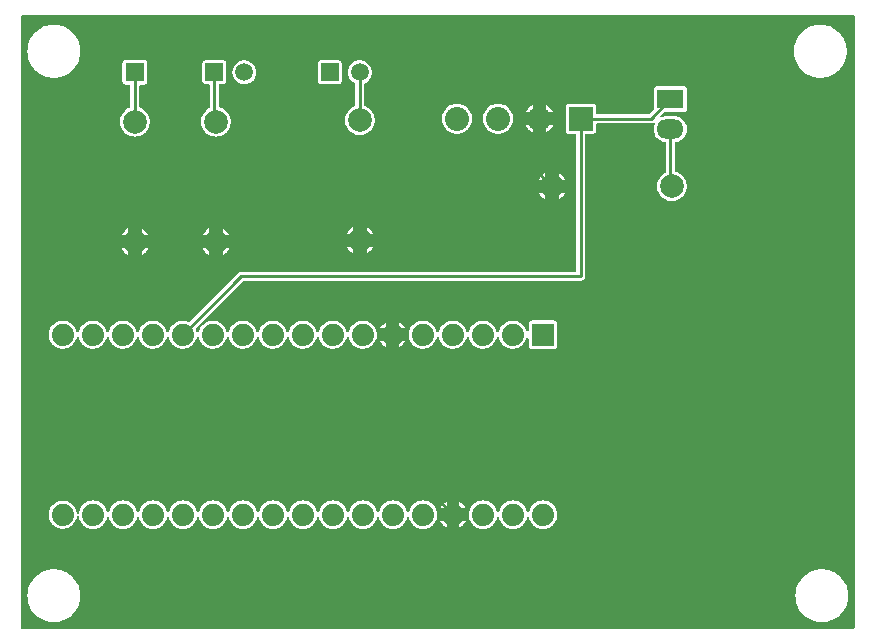
<source format=gbl>
G04 Layer: BottomLayer*
G04 EasyEDA v6.5.23, 2023-04-28 09:12:44*
G04 028e3914a6f949ed9ca799ef75e4ed4f,10*
G04 Gerber Generator version 0.2*
G04 Scale: 100 percent, Rotated: No, Reflected: No *
G04 Dimensions in millimeters *
G04 leading zeros omitted , absolute positions ,4 integer and 5 decimal *
%FSLAX45Y45*%
%MOMM*%

%ADD10C,0.2540*%
%ADD11R,1.5748X1.5748*%
%ADD12R,2.0320X2.0320*%
%ADD13C,2.0320*%
%ADD14C,1.4986*%
%ADD15R,1.4986X1.4986*%
%ADD16C,2.0000*%
%ADD17R,1.8796X1.8796*%
%ADD18C,1.8796*%
%ADD19R,2.3000X1.6500*%
%ADD20O,2.2999954X1.6500094*%
%ADD21O,0.0161X1.6500094*%

%LPD*%
G36*
X759460Y3251200D02*
G01*
X755548Y3251962D01*
X752297Y3254197D01*
X750062Y3257448D01*
X749300Y3261360D01*
X749300Y8435340D01*
X750062Y8439251D01*
X752297Y8442502D01*
X755548Y8444738D01*
X759460Y8445500D01*
X7800340Y8445500D01*
X7804251Y8444738D01*
X7807502Y8442502D01*
X7809738Y8439251D01*
X7810500Y8435340D01*
X7810500Y3268116D01*
X7809738Y3264204D01*
X7807502Y3260902D01*
X7800797Y3254197D01*
X7797495Y3251962D01*
X7793583Y3251200D01*
G37*

%LPC*%
G36*
X7531100Y3306622D02*
G01*
X7551775Y3307537D01*
X7572248Y3310432D01*
X7592415Y3315157D01*
X7612024Y3321710D01*
X7630922Y3330092D01*
X7649006Y3340150D01*
X7666075Y3351834D01*
X7682026Y3365042D01*
X7696657Y3379673D01*
X7709865Y3395624D01*
X7721549Y3412693D01*
X7731607Y3430778D01*
X7739989Y3449675D01*
X7746542Y3469284D01*
X7751267Y3489451D01*
X7754162Y3509924D01*
X7755077Y3530600D01*
X7754162Y3551275D01*
X7751267Y3571748D01*
X7746542Y3591915D01*
X7739989Y3611524D01*
X7731607Y3630422D01*
X7721549Y3648506D01*
X7709865Y3665575D01*
X7696657Y3681526D01*
X7682026Y3696157D01*
X7666075Y3709365D01*
X7649006Y3721049D01*
X7630922Y3731107D01*
X7612024Y3739489D01*
X7592415Y3746042D01*
X7572248Y3750767D01*
X7551775Y3753662D01*
X7531100Y3754577D01*
X7510424Y3753662D01*
X7489952Y3750767D01*
X7469784Y3746042D01*
X7450175Y3739489D01*
X7431278Y3731107D01*
X7413193Y3721049D01*
X7396124Y3709365D01*
X7380173Y3696157D01*
X7365542Y3681526D01*
X7352334Y3665575D01*
X7340650Y3648506D01*
X7330592Y3630422D01*
X7322210Y3611524D01*
X7315657Y3591915D01*
X7310932Y3571748D01*
X7308037Y3551275D01*
X7307122Y3530600D01*
X7308037Y3509924D01*
X7310932Y3489451D01*
X7315657Y3469284D01*
X7322210Y3449675D01*
X7330592Y3430778D01*
X7340650Y3412693D01*
X7352334Y3395624D01*
X7365542Y3379673D01*
X7380173Y3365042D01*
X7396124Y3351834D01*
X7413193Y3340150D01*
X7431278Y3330092D01*
X7450175Y3321710D01*
X7469784Y3315157D01*
X7489952Y3310432D01*
X7510424Y3307537D01*
G37*
G36*
X1028700Y3306622D02*
G01*
X1049375Y3307537D01*
X1069848Y3310432D01*
X1090015Y3315157D01*
X1109624Y3321710D01*
X1128522Y3330092D01*
X1146606Y3340150D01*
X1163675Y3351834D01*
X1179626Y3365042D01*
X1194257Y3379673D01*
X1207465Y3395624D01*
X1219149Y3412693D01*
X1229207Y3430778D01*
X1237589Y3449675D01*
X1244142Y3469284D01*
X1248867Y3489451D01*
X1251762Y3509924D01*
X1252677Y3530600D01*
X1251762Y3551275D01*
X1248867Y3571748D01*
X1244142Y3591915D01*
X1237589Y3611524D01*
X1229207Y3630422D01*
X1219149Y3648506D01*
X1207465Y3665575D01*
X1194257Y3681526D01*
X1179626Y3696157D01*
X1163675Y3709365D01*
X1146606Y3721049D01*
X1128522Y3731107D01*
X1109624Y3739489D01*
X1090015Y3746042D01*
X1069848Y3750767D01*
X1049375Y3753662D01*
X1028700Y3754577D01*
X1008024Y3753662D01*
X987552Y3750767D01*
X967384Y3746042D01*
X947775Y3739489D01*
X928878Y3731107D01*
X910793Y3721049D01*
X893724Y3709365D01*
X877773Y3696157D01*
X863142Y3681526D01*
X849934Y3665575D01*
X838250Y3648506D01*
X828192Y3630422D01*
X819810Y3611524D01*
X813257Y3591915D01*
X808532Y3571748D01*
X805637Y3551275D01*
X804722Y3530600D01*
X805637Y3509924D01*
X808532Y3489451D01*
X813257Y3469284D01*
X819810Y3449675D01*
X828192Y3430778D01*
X838250Y3412693D01*
X849934Y3395624D01*
X863142Y3379673D01*
X877773Y3365042D01*
X893724Y3351834D01*
X910793Y3340150D01*
X928878Y3330092D01*
X947775Y3321710D01*
X967384Y3315157D01*
X987552Y3310432D01*
X1008024Y3307537D01*
G37*
G36*
X1103426Y4096512D02*
G01*
X1118158Y4097426D01*
X1132687Y4100169D01*
X1146708Y4104640D01*
X1160119Y4110786D01*
X1172667Y4118559D01*
X1184198Y4127804D01*
X1194460Y4138422D01*
X1203350Y4150207D01*
X1210716Y4162958D01*
X1216456Y4176572D01*
X1220520Y4190746D01*
X1221790Y4198823D01*
X1223264Y4202734D01*
X1226159Y4205732D01*
X1230020Y4207256D01*
X1234186Y4207154D01*
X1237996Y4205376D01*
X1240688Y4202176D01*
X1241958Y4198010D01*
X1245108Y4183583D01*
X1250035Y4169664D01*
X1256588Y4156456D01*
X1264716Y4144162D01*
X1274368Y4132935D01*
X1285240Y4123029D01*
X1297279Y4114495D01*
X1310284Y4107484D01*
X1324051Y4102150D01*
X1338376Y4098594D01*
X1353007Y4096765D01*
X1367790Y4096765D01*
X1382420Y4098594D01*
X1396746Y4102150D01*
X1410512Y4107484D01*
X1423517Y4114495D01*
X1435557Y4123029D01*
X1446479Y4132935D01*
X1456080Y4144162D01*
X1464208Y4156456D01*
X1470761Y4169664D01*
X1475689Y4183583D01*
X1477467Y4191711D01*
X1479042Y4195318D01*
X1481836Y4198061D01*
X1485442Y4199534D01*
X1489354Y4199534D01*
X1492961Y4198061D01*
X1495755Y4195318D01*
X1497330Y4191711D01*
X1499108Y4183583D01*
X1504035Y4169664D01*
X1510588Y4156456D01*
X1518716Y4144162D01*
X1528368Y4132935D01*
X1539240Y4123029D01*
X1551279Y4114495D01*
X1564284Y4107484D01*
X1578051Y4102150D01*
X1592376Y4098594D01*
X1607007Y4096765D01*
X1621790Y4096765D01*
X1636420Y4098594D01*
X1650746Y4102150D01*
X1664512Y4107484D01*
X1677517Y4114495D01*
X1689557Y4123029D01*
X1700479Y4132935D01*
X1710080Y4144162D01*
X1718208Y4156456D01*
X1724761Y4169664D01*
X1729689Y4183583D01*
X1731467Y4191711D01*
X1733042Y4195318D01*
X1735836Y4198061D01*
X1739442Y4199534D01*
X1743354Y4199534D01*
X1746961Y4198061D01*
X1749755Y4195318D01*
X1751330Y4191711D01*
X1753107Y4183583D01*
X1758035Y4169664D01*
X1764588Y4156456D01*
X1772716Y4144162D01*
X1782368Y4132935D01*
X1793239Y4123029D01*
X1805279Y4114495D01*
X1818284Y4107484D01*
X1832051Y4102150D01*
X1846376Y4098594D01*
X1861007Y4096765D01*
X1875789Y4096765D01*
X1890420Y4098594D01*
X1904746Y4102150D01*
X1918512Y4107484D01*
X1931517Y4114495D01*
X1943557Y4123029D01*
X1954479Y4132935D01*
X1964080Y4144162D01*
X1972208Y4156456D01*
X1978761Y4169664D01*
X1983689Y4183583D01*
X1985467Y4191711D01*
X1987042Y4195318D01*
X1989836Y4198061D01*
X1993442Y4199534D01*
X1997354Y4199534D01*
X2000961Y4198061D01*
X2003755Y4195318D01*
X2005330Y4191711D01*
X2007107Y4183583D01*
X2012035Y4169664D01*
X2018588Y4156456D01*
X2026716Y4144162D01*
X2036368Y4132935D01*
X2047239Y4123029D01*
X2059279Y4114495D01*
X2072284Y4107484D01*
X2086051Y4102150D01*
X2100376Y4098594D01*
X2115007Y4096765D01*
X2129790Y4096765D01*
X2144420Y4098594D01*
X2158746Y4102150D01*
X2172512Y4107484D01*
X2185517Y4114495D01*
X2197557Y4123029D01*
X2208479Y4132935D01*
X2218080Y4144162D01*
X2226208Y4156456D01*
X2232761Y4169664D01*
X2237689Y4183583D01*
X2239467Y4191711D01*
X2241042Y4195318D01*
X2243836Y4198061D01*
X2247442Y4199534D01*
X2251354Y4199534D01*
X2254961Y4198061D01*
X2257755Y4195318D01*
X2259330Y4191711D01*
X2261108Y4183583D01*
X2266035Y4169664D01*
X2272588Y4156456D01*
X2280716Y4144162D01*
X2290368Y4132935D01*
X2301240Y4123029D01*
X2313279Y4114495D01*
X2326284Y4107484D01*
X2340051Y4102150D01*
X2354376Y4098594D01*
X2369007Y4096765D01*
X2383790Y4096765D01*
X2398420Y4098594D01*
X2412746Y4102150D01*
X2426512Y4107484D01*
X2439517Y4114495D01*
X2451557Y4123029D01*
X2462479Y4132935D01*
X2472080Y4144162D01*
X2480208Y4156456D01*
X2486761Y4169664D01*
X2491689Y4183583D01*
X2493467Y4191711D01*
X2495042Y4195318D01*
X2497836Y4198061D01*
X2501442Y4199534D01*
X2505354Y4199534D01*
X2508961Y4198061D01*
X2511755Y4195318D01*
X2513330Y4191711D01*
X2515108Y4183583D01*
X2520035Y4169664D01*
X2526588Y4156456D01*
X2534716Y4144162D01*
X2544368Y4132935D01*
X2555240Y4123029D01*
X2567279Y4114495D01*
X2580284Y4107484D01*
X2594051Y4102150D01*
X2608376Y4098594D01*
X2623007Y4096765D01*
X2637790Y4096765D01*
X2652420Y4098594D01*
X2666746Y4102150D01*
X2680512Y4107484D01*
X2693517Y4114495D01*
X2705557Y4123029D01*
X2716479Y4132935D01*
X2726080Y4144162D01*
X2734208Y4156456D01*
X2740761Y4169664D01*
X2745689Y4183583D01*
X2747467Y4191711D01*
X2749042Y4195318D01*
X2751836Y4198061D01*
X2755442Y4199534D01*
X2759354Y4199534D01*
X2762961Y4198061D01*
X2765755Y4195318D01*
X2767330Y4191711D01*
X2769108Y4183583D01*
X2774035Y4169664D01*
X2780588Y4156456D01*
X2788716Y4144162D01*
X2798368Y4132935D01*
X2809240Y4123029D01*
X2821279Y4114495D01*
X2834284Y4107484D01*
X2848051Y4102150D01*
X2862376Y4098594D01*
X2877007Y4096765D01*
X2891790Y4096765D01*
X2906420Y4098594D01*
X2920746Y4102150D01*
X2934512Y4107484D01*
X2947517Y4114495D01*
X2959557Y4123029D01*
X2970479Y4132935D01*
X2980080Y4144162D01*
X2988208Y4156456D01*
X2994761Y4169664D01*
X2999689Y4183583D01*
X3001467Y4191660D01*
X3003042Y4195267D01*
X3005836Y4198010D01*
X3009442Y4199483D01*
X3013354Y4199483D01*
X3016961Y4198010D01*
X3019755Y4195267D01*
X3021330Y4191660D01*
X3023057Y4183583D01*
X3027984Y4169664D01*
X3034588Y4156456D01*
X3042716Y4144162D01*
X3052318Y4132935D01*
X3063240Y4123029D01*
X3075279Y4114495D01*
X3088284Y4107484D01*
X3102051Y4102150D01*
X3116326Y4098594D01*
X3131007Y4096765D01*
X3145739Y4096765D01*
X3160420Y4098594D01*
X3174695Y4102150D01*
X3188462Y4107484D01*
X3201466Y4114495D01*
X3213506Y4123029D01*
X3224428Y4132935D01*
X3234029Y4144162D01*
X3242157Y4156456D01*
X3248761Y4169664D01*
X3253689Y4183583D01*
X3255467Y4191711D01*
X3256991Y4195318D01*
X3259785Y4198061D01*
X3263442Y4199534D01*
X3267303Y4199534D01*
X3270961Y4198061D01*
X3273755Y4195318D01*
X3275279Y4191711D01*
X3277057Y4183583D01*
X3281984Y4169664D01*
X3288588Y4156456D01*
X3296716Y4144162D01*
X3306318Y4132935D01*
X3317240Y4123029D01*
X3329279Y4114495D01*
X3342284Y4107484D01*
X3356051Y4102150D01*
X3370326Y4098594D01*
X3385007Y4096765D01*
X3399739Y4096765D01*
X3414420Y4098594D01*
X3428695Y4102150D01*
X3442462Y4107484D01*
X3455466Y4114495D01*
X3467506Y4123029D01*
X3478428Y4132935D01*
X3488029Y4144162D01*
X3496157Y4156456D01*
X3502761Y4169664D01*
X3507689Y4183583D01*
X3509467Y4191711D01*
X3510991Y4195318D01*
X3513785Y4198061D01*
X3517442Y4199534D01*
X3521303Y4199534D01*
X3524961Y4198061D01*
X3527755Y4195318D01*
X3529279Y4191711D01*
X3531057Y4183583D01*
X3535984Y4169664D01*
X3542588Y4156456D01*
X3550716Y4144162D01*
X3560318Y4132935D01*
X3571240Y4123029D01*
X3583279Y4114495D01*
X3596284Y4107484D01*
X3610051Y4102150D01*
X3624326Y4098594D01*
X3639007Y4096765D01*
X3653739Y4096765D01*
X3668420Y4098594D01*
X3682695Y4102150D01*
X3696462Y4107484D01*
X3709466Y4114495D01*
X3721506Y4123029D01*
X3732428Y4132935D01*
X3742029Y4144162D01*
X3750157Y4156456D01*
X3756761Y4169664D01*
X3761689Y4183583D01*
X3763467Y4191711D01*
X3764991Y4195318D01*
X3767785Y4198061D01*
X3771442Y4199534D01*
X3775303Y4199534D01*
X3778961Y4198061D01*
X3781755Y4195318D01*
X3783279Y4191711D01*
X3785057Y4183583D01*
X3789984Y4169664D01*
X3796588Y4156456D01*
X3804716Y4144162D01*
X3814318Y4132935D01*
X3825240Y4123029D01*
X3837279Y4114495D01*
X3850284Y4107484D01*
X3864051Y4102150D01*
X3878326Y4098594D01*
X3893007Y4096765D01*
X3907739Y4096765D01*
X3922420Y4098594D01*
X3936695Y4102150D01*
X3950462Y4107484D01*
X3963466Y4114495D01*
X3975506Y4123029D01*
X3986428Y4132935D01*
X3996029Y4144162D01*
X4004157Y4156456D01*
X4010761Y4169664D01*
X4015689Y4183583D01*
X4017467Y4191711D01*
X4018991Y4195318D01*
X4021785Y4198061D01*
X4025442Y4199534D01*
X4029303Y4199534D01*
X4032961Y4198061D01*
X4035755Y4195318D01*
X4037279Y4191711D01*
X4039057Y4183583D01*
X4043984Y4169664D01*
X4050588Y4156456D01*
X4058716Y4144162D01*
X4068318Y4132935D01*
X4079240Y4123029D01*
X4091279Y4114495D01*
X4104284Y4107484D01*
X4118051Y4102150D01*
X4132326Y4098594D01*
X4147007Y4096765D01*
X4161739Y4096765D01*
X4176420Y4098594D01*
X4190695Y4102150D01*
X4204462Y4107484D01*
X4217466Y4114495D01*
X4229506Y4123029D01*
X4240428Y4132935D01*
X4250029Y4144162D01*
X4258157Y4156456D01*
X4264761Y4169664D01*
X4269689Y4183583D01*
X4272838Y4198010D01*
X4274159Y4212691D01*
X4273753Y4227474D01*
X4271416Y4242155D01*
X4267403Y4256227D01*
X4261662Y4269841D01*
X4254296Y4282592D01*
X4245406Y4294378D01*
X4235145Y4304995D01*
X4223613Y4314240D01*
X4211066Y4322013D01*
X4197654Y4328160D01*
X4183634Y4332630D01*
X4169105Y4335373D01*
X4154373Y4336288D01*
X4139641Y4335373D01*
X4125112Y4332630D01*
X4111091Y4328160D01*
X4097680Y4322013D01*
X4085132Y4314240D01*
X4073601Y4304995D01*
X4063339Y4294378D01*
X4054449Y4282592D01*
X4047083Y4269841D01*
X4041343Y4256227D01*
X4037126Y4241596D01*
X4035094Y4237736D01*
X4031640Y4235145D01*
X4027373Y4234180D01*
X4023106Y4235145D01*
X4019651Y4237736D01*
X4017619Y4241596D01*
X4013403Y4256227D01*
X4007662Y4269841D01*
X4000296Y4282592D01*
X3991406Y4294378D01*
X3981145Y4304995D01*
X3969613Y4314240D01*
X3957065Y4322013D01*
X3943654Y4328160D01*
X3929634Y4332630D01*
X3915105Y4335373D01*
X3900373Y4336288D01*
X3885641Y4335373D01*
X3871112Y4332630D01*
X3857091Y4328160D01*
X3843680Y4322013D01*
X3831132Y4314240D01*
X3819601Y4304995D01*
X3809339Y4294378D01*
X3800449Y4282592D01*
X3793083Y4269841D01*
X3787343Y4256227D01*
X3783126Y4241596D01*
X3781094Y4237736D01*
X3777640Y4235145D01*
X3773373Y4234180D01*
X3769106Y4235145D01*
X3765651Y4237736D01*
X3763619Y4241596D01*
X3759403Y4256227D01*
X3753662Y4269841D01*
X3746296Y4282592D01*
X3737406Y4294378D01*
X3727145Y4304995D01*
X3715613Y4314240D01*
X3703065Y4322013D01*
X3689654Y4328160D01*
X3675634Y4332630D01*
X3661105Y4335373D01*
X3646373Y4336288D01*
X3631641Y4335373D01*
X3617112Y4332630D01*
X3603091Y4328160D01*
X3589680Y4322013D01*
X3577132Y4314240D01*
X3565601Y4304995D01*
X3555339Y4294378D01*
X3546449Y4282592D01*
X3539083Y4269841D01*
X3533343Y4256227D01*
X3529126Y4241596D01*
X3527094Y4237736D01*
X3523640Y4235145D01*
X3519373Y4234180D01*
X3515106Y4235145D01*
X3511651Y4237736D01*
X3509619Y4241596D01*
X3505403Y4256227D01*
X3499662Y4269841D01*
X3492296Y4282592D01*
X3483406Y4294378D01*
X3473145Y4304995D01*
X3461613Y4314240D01*
X3449065Y4322013D01*
X3435654Y4328160D01*
X3421634Y4332630D01*
X3407105Y4335373D01*
X3392373Y4336288D01*
X3377641Y4335373D01*
X3363112Y4332630D01*
X3349091Y4328160D01*
X3335680Y4322013D01*
X3323132Y4314240D01*
X3311601Y4304995D01*
X3301339Y4294378D01*
X3292449Y4282592D01*
X3285083Y4269841D01*
X3279343Y4256227D01*
X3275126Y4241596D01*
X3273094Y4237736D01*
X3269640Y4235145D01*
X3265373Y4234180D01*
X3261106Y4235145D01*
X3257651Y4237736D01*
X3255619Y4241596D01*
X3251403Y4256227D01*
X3245662Y4269841D01*
X3238296Y4282592D01*
X3229406Y4294378D01*
X3219145Y4304995D01*
X3207613Y4314240D01*
X3195066Y4322013D01*
X3181654Y4328160D01*
X3167634Y4332630D01*
X3153105Y4335373D01*
X3138373Y4336288D01*
X3123641Y4335373D01*
X3109112Y4332630D01*
X3095091Y4328160D01*
X3081680Y4322013D01*
X3069132Y4314240D01*
X3057601Y4304995D01*
X3047339Y4294378D01*
X3038449Y4282592D01*
X3031083Y4269841D01*
X3025343Y4256227D01*
X3021177Y4241596D01*
X3019094Y4237786D01*
X3015640Y4235145D01*
X3011373Y4234230D01*
X3007156Y4235145D01*
X3003651Y4237786D01*
X3001619Y4241596D01*
X2997454Y4256227D01*
X2991713Y4269841D01*
X2984296Y4282592D01*
X2975406Y4294378D01*
X2965145Y4304995D01*
X2953664Y4314240D01*
X2941116Y4322013D01*
X2927705Y4328160D01*
X2913634Y4332630D01*
X2899105Y4335373D01*
X2884424Y4336288D01*
X2869692Y4335373D01*
X2855163Y4332630D01*
X2841091Y4328160D01*
X2827680Y4322013D01*
X2815132Y4314240D01*
X2803652Y4304995D01*
X2793390Y4294378D01*
X2784500Y4282592D01*
X2777083Y4269841D01*
X2771343Y4256227D01*
X2767177Y4241596D01*
X2765094Y4237736D01*
X2761640Y4235145D01*
X2757424Y4234180D01*
X2753156Y4235145D01*
X2749702Y4237736D01*
X2747619Y4241596D01*
X2743454Y4256227D01*
X2737713Y4269841D01*
X2730296Y4282592D01*
X2721406Y4294378D01*
X2711145Y4304995D01*
X2699664Y4314240D01*
X2687116Y4322013D01*
X2673705Y4328160D01*
X2659634Y4332630D01*
X2645105Y4335373D01*
X2630424Y4336288D01*
X2615692Y4335373D01*
X2601163Y4332630D01*
X2587091Y4328160D01*
X2573680Y4322013D01*
X2561132Y4314240D01*
X2549652Y4304995D01*
X2539390Y4294378D01*
X2530500Y4282592D01*
X2523083Y4269841D01*
X2517343Y4256227D01*
X2513177Y4241596D01*
X2511094Y4237736D01*
X2507640Y4235145D01*
X2503424Y4234180D01*
X2499156Y4235145D01*
X2495702Y4237736D01*
X2493619Y4241596D01*
X2489454Y4256227D01*
X2483713Y4269841D01*
X2476296Y4282592D01*
X2467406Y4294378D01*
X2457145Y4304995D01*
X2445664Y4314240D01*
X2433116Y4322013D01*
X2419705Y4328160D01*
X2405634Y4332630D01*
X2391105Y4335373D01*
X2376424Y4336288D01*
X2361692Y4335373D01*
X2347163Y4332630D01*
X2333091Y4328160D01*
X2319680Y4322013D01*
X2307132Y4314240D01*
X2295652Y4304995D01*
X2285390Y4294378D01*
X2276500Y4282592D01*
X2269083Y4269841D01*
X2263343Y4256227D01*
X2259177Y4241596D01*
X2257094Y4237736D01*
X2253640Y4235145D01*
X2249424Y4234180D01*
X2245156Y4235145D01*
X2241702Y4237736D01*
X2239619Y4241596D01*
X2235454Y4256227D01*
X2229713Y4269841D01*
X2222296Y4282592D01*
X2213406Y4294378D01*
X2203145Y4304995D01*
X2191664Y4314240D01*
X2179116Y4322013D01*
X2165705Y4328160D01*
X2151634Y4332630D01*
X2137105Y4335373D01*
X2122424Y4336288D01*
X2107692Y4335373D01*
X2093163Y4332630D01*
X2079091Y4328160D01*
X2065680Y4322013D01*
X2053132Y4314240D01*
X2041652Y4304995D01*
X2031390Y4294378D01*
X2022500Y4282592D01*
X2015083Y4269841D01*
X2009343Y4256227D01*
X2005177Y4241596D01*
X2003094Y4237736D01*
X1999640Y4235145D01*
X1995424Y4234180D01*
X1991156Y4235145D01*
X1987702Y4237736D01*
X1985619Y4241596D01*
X1981454Y4256227D01*
X1975713Y4269841D01*
X1968296Y4282592D01*
X1959406Y4294378D01*
X1949145Y4304995D01*
X1937664Y4314240D01*
X1925116Y4322013D01*
X1911705Y4328160D01*
X1897634Y4332630D01*
X1883105Y4335373D01*
X1868424Y4336288D01*
X1853692Y4335373D01*
X1839163Y4332630D01*
X1825091Y4328160D01*
X1811680Y4322013D01*
X1799132Y4314240D01*
X1787652Y4304995D01*
X1777390Y4294378D01*
X1768500Y4282592D01*
X1761083Y4269841D01*
X1755343Y4256227D01*
X1751177Y4241596D01*
X1749094Y4237736D01*
X1745640Y4235145D01*
X1741424Y4234180D01*
X1737156Y4235145D01*
X1733702Y4237736D01*
X1731619Y4241596D01*
X1727454Y4256227D01*
X1721713Y4269841D01*
X1714296Y4282592D01*
X1705406Y4294378D01*
X1695145Y4304995D01*
X1683664Y4314240D01*
X1671116Y4322013D01*
X1657705Y4328160D01*
X1643634Y4332630D01*
X1629105Y4335373D01*
X1614424Y4336288D01*
X1599692Y4335373D01*
X1585163Y4332630D01*
X1571091Y4328160D01*
X1557680Y4322013D01*
X1545132Y4314240D01*
X1533652Y4304995D01*
X1523390Y4294378D01*
X1514500Y4282592D01*
X1507083Y4269841D01*
X1501343Y4256227D01*
X1497177Y4241596D01*
X1495094Y4237736D01*
X1491640Y4235145D01*
X1487424Y4234180D01*
X1483156Y4235145D01*
X1479702Y4237736D01*
X1477619Y4241596D01*
X1473454Y4256227D01*
X1467713Y4269841D01*
X1460296Y4282592D01*
X1451406Y4294378D01*
X1441145Y4304995D01*
X1429664Y4314240D01*
X1417116Y4322013D01*
X1403705Y4328160D01*
X1389634Y4332630D01*
X1375105Y4335373D01*
X1360424Y4336288D01*
X1345692Y4335373D01*
X1331163Y4332630D01*
X1317091Y4328160D01*
X1303680Y4322013D01*
X1291132Y4314240D01*
X1279652Y4304995D01*
X1269390Y4294378D01*
X1260500Y4282592D01*
X1253083Y4269841D01*
X1247343Y4256227D01*
X1243330Y4242054D01*
X1242060Y4233976D01*
X1240586Y4230065D01*
X1237640Y4227068D01*
X1233779Y4225544D01*
X1229614Y4225645D01*
X1225854Y4227423D01*
X1223111Y4230624D01*
X1221892Y4234789D01*
X1218742Y4249216D01*
X1213815Y4263136D01*
X1207211Y4276344D01*
X1199083Y4288637D01*
X1189482Y4299864D01*
X1178560Y4309770D01*
X1166520Y4318304D01*
X1153515Y4325315D01*
X1139748Y4330649D01*
X1125474Y4334205D01*
X1110792Y4336034D01*
X1096060Y4336034D01*
X1081379Y4334205D01*
X1067104Y4330649D01*
X1053338Y4325315D01*
X1040333Y4318304D01*
X1028293Y4309770D01*
X1017371Y4299864D01*
X1007770Y4288637D01*
X999642Y4276344D01*
X993038Y4263136D01*
X988110Y4249216D01*
X984961Y4234789D01*
X983640Y4220108D01*
X984046Y4205325D01*
X986332Y4190746D01*
X990396Y4176572D01*
X996137Y4162958D01*
X1003503Y4150207D01*
X1012393Y4138422D01*
X1022654Y4127804D01*
X1034186Y4118559D01*
X1046734Y4110786D01*
X1060145Y4104640D01*
X1074166Y4100169D01*
X1088694Y4097426D01*
G37*
G36*
X4655007Y4096765D02*
G01*
X4669739Y4096765D01*
X4684420Y4098594D01*
X4698695Y4102150D01*
X4712462Y4107484D01*
X4725466Y4114495D01*
X4737506Y4123029D01*
X4748428Y4132935D01*
X4758029Y4144162D01*
X4766157Y4156456D01*
X4772761Y4169664D01*
X4777689Y4183583D01*
X4779467Y4191711D01*
X4780991Y4195318D01*
X4783785Y4198061D01*
X4787442Y4199534D01*
X4791303Y4199534D01*
X4794961Y4198061D01*
X4797755Y4195318D01*
X4799279Y4191711D01*
X4801057Y4183583D01*
X4805984Y4169664D01*
X4812588Y4156456D01*
X4820716Y4144162D01*
X4830318Y4132935D01*
X4841240Y4123029D01*
X4853279Y4114495D01*
X4866284Y4107484D01*
X4880051Y4102150D01*
X4894326Y4098594D01*
X4909007Y4096765D01*
X4923739Y4096765D01*
X4938420Y4098594D01*
X4952695Y4102150D01*
X4966462Y4107484D01*
X4979466Y4114495D01*
X4991506Y4123029D01*
X5002428Y4132935D01*
X5012029Y4144162D01*
X5020157Y4156456D01*
X5026761Y4169664D01*
X5031689Y4183583D01*
X5033467Y4191711D01*
X5034991Y4195318D01*
X5037785Y4198061D01*
X5041442Y4199534D01*
X5045303Y4199534D01*
X5048961Y4198061D01*
X5051755Y4195318D01*
X5053279Y4191711D01*
X5055057Y4183583D01*
X5059984Y4169664D01*
X5066588Y4156456D01*
X5074716Y4144162D01*
X5084318Y4132935D01*
X5095240Y4123029D01*
X5107279Y4114495D01*
X5120284Y4107484D01*
X5134051Y4102150D01*
X5148326Y4098594D01*
X5163007Y4096765D01*
X5177739Y4096765D01*
X5192420Y4098594D01*
X5206695Y4102150D01*
X5220462Y4107484D01*
X5233466Y4114495D01*
X5245506Y4123029D01*
X5256428Y4132935D01*
X5266029Y4144162D01*
X5274157Y4156456D01*
X5280761Y4169664D01*
X5285689Y4183583D01*
X5288838Y4198010D01*
X5290210Y4212691D01*
X5289753Y4227474D01*
X5287467Y4242054D01*
X5283403Y4256227D01*
X5277662Y4269841D01*
X5270296Y4282592D01*
X5261406Y4294378D01*
X5251145Y4304995D01*
X5239613Y4314240D01*
X5227066Y4322013D01*
X5213654Y4328160D01*
X5199634Y4332630D01*
X5185105Y4335373D01*
X5170373Y4336288D01*
X5155641Y4335373D01*
X5141112Y4332630D01*
X5127091Y4328160D01*
X5113680Y4322013D01*
X5101132Y4314240D01*
X5089601Y4304995D01*
X5079339Y4294378D01*
X5070449Y4282592D01*
X5063083Y4269841D01*
X5057343Y4256227D01*
X5053126Y4241596D01*
X5051094Y4237736D01*
X5047640Y4235145D01*
X5043373Y4234180D01*
X5039106Y4235145D01*
X5035651Y4237736D01*
X5033619Y4241596D01*
X5029403Y4256227D01*
X5023662Y4269841D01*
X5016296Y4282592D01*
X5007406Y4294378D01*
X4997145Y4304995D01*
X4985613Y4314240D01*
X4973066Y4322013D01*
X4959654Y4328160D01*
X4945634Y4332630D01*
X4931105Y4335373D01*
X4916373Y4336288D01*
X4901641Y4335373D01*
X4887112Y4332630D01*
X4873091Y4328160D01*
X4859680Y4322013D01*
X4847132Y4314240D01*
X4835601Y4304995D01*
X4825339Y4294378D01*
X4816449Y4282592D01*
X4809083Y4269841D01*
X4803343Y4256227D01*
X4799126Y4241596D01*
X4797094Y4237736D01*
X4793640Y4235145D01*
X4789373Y4234180D01*
X4785106Y4235145D01*
X4781651Y4237736D01*
X4779619Y4241596D01*
X4775403Y4256227D01*
X4769662Y4269841D01*
X4762296Y4282592D01*
X4753406Y4294378D01*
X4743145Y4304995D01*
X4731613Y4314240D01*
X4719066Y4322013D01*
X4705654Y4328160D01*
X4691634Y4332630D01*
X4677105Y4335373D01*
X4662373Y4336288D01*
X4647641Y4335373D01*
X4633112Y4332630D01*
X4619091Y4328160D01*
X4605680Y4322013D01*
X4593132Y4314240D01*
X4581601Y4304995D01*
X4571339Y4294378D01*
X4562449Y4282592D01*
X4555083Y4269841D01*
X4549343Y4256227D01*
X4545279Y4242054D01*
X4542993Y4227474D01*
X4542586Y4212691D01*
X4543907Y4198010D01*
X4547057Y4183583D01*
X4551984Y4169664D01*
X4558588Y4156456D01*
X4566716Y4144162D01*
X4576318Y4132935D01*
X4587240Y4123029D01*
X4599279Y4114495D01*
X4612284Y4107484D01*
X4626051Y4102150D01*
X4640326Y4098594D01*
G37*
G36*
X4355033Y4109262D02*
G01*
X4355033Y4163060D01*
X4301286Y4163060D01*
X4304588Y4156456D01*
X4312716Y4144162D01*
X4322318Y4132935D01*
X4333240Y4123029D01*
X4345279Y4114495D01*
G37*
G36*
X4461713Y4109262D02*
G01*
X4471466Y4114495D01*
X4483506Y4123029D01*
X4494428Y4132935D01*
X4504029Y4144162D01*
X4512157Y4156456D01*
X4515459Y4163060D01*
X4461713Y4163060D01*
G37*
G36*
X4461713Y4269740D02*
G01*
X4515713Y4269740D01*
X4508296Y4282592D01*
X4499406Y4294378D01*
X4489145Y4304995D01*
X4477613Y4314240D01*
X4465066Y4322013D01*
X4461713Y4323537D01*
G37*
G36*
X4301032Y4269740D02*
G01*
X4355033Y4269740D01*
X4355033Y4323537D01*
X4351680Y4322013D01*
X4339132Y4314240D01*
X4327601Y4304995D01*
X4317339Y4294378D01*
X4308449Y4282592D01*
G37*
G36*
X4151426Y5620512D02*
G01*
X4166108Y5621426D01*
X4180636Y5624169D01*
X4194708Y5628640D01*
X4208119Y5634786D01*
X4220667Y5642559D01*
X4232148Y5651804D01*
X4242409Y5662422D01*
X4251299Y5674207D01*
X4258716Y5686958D01*
X4264456Y5700572D01*
X4268622Y5715203D01*
X4270705Y5719064D01*
X4274159Y5721654D01*
X4278426Y5722620D01*
X4282643Y5721654D01*
X4286097Y5719064D01*
X4288180Y5715203D01*
X4292346Y5700572D01*
X4298086Y5686958D01*
X4305503Y5674207D01*
X4314393Y5662422D01*
X4324654Y5651804D01*
X4336135Y5642559D01*
X4348683Y5634786D01*
X4362094Y5628640D01*
X4376166Y5624169D01*
X4390694Y5621426D01*
X4405426Y5620512D01*
X4420108Y5621426D01*
X4434636Y5624169D01*
X4448708Y5628640D01*
X4462119Y5634786D01*
X4474667Y5642559D01*
X4486148Y5651804D01*
X4496409Y5662422D01*
X4505299Y5674207D01*
X4512716Y5686958D01*
X4518456Y5700572D01*
X4522622Y5715203D01*
X4524705Y5719064D01*
X4528159Y5721654D01*
X4532426Y5722620D01*
X4536643Y5721654D01*
X4540097Y5719064D01*
X4542180Y5715203D01*
X4546346Y5700572D01*
X4552086Y5686958D01*
X4559503Y5674207D01*
X4568393Y5662422D01*
X4578654Y5651804D01*
X4590135Y5642559D01*
X4602683Y5634786D01*
X4616094Y5628640D01*
X4630166Y5624169D01*
X4644694Y5621426D01*
X4659426Y5620512D01*
X4674108Y5621426D01*
X4688636Y5624169D01*
X4702708Y5628640D01*
X4716119Y5634786D01*
X4728667Y5642559D01*
X4740148Y5651804D01*
X4750409Y5662422D01*
X4759299Y5674207D01*
X4766716Y5686958D01*
X4772456Y5700572D01*
X4776622Y5715203D01*
X4778705Y5719064D01*
X4782159Y5721654D01*
X4786426Y5722620D01*
X4790643Y5721654D01*
X4794097Y5719064D01*
X4796180Y5715203D01*
X4800346Y5700572D01*
X4806086Y5686958D01*
X4813503Y5674207D01*
X4822393Y5662422D01*
X4832654Y5651804D01*
X4844135Y5642559D01*
X4856683Y5634786D01*
X4870094Y5628640D01*
X4884166Y5624169D01*
X4898694Y5621426D01*
X4913426Y5620512D01*
X4928108Y5621426D01*
X4942636Y5624169D01*
X4956708Y5628640D01*
X4970119Y5634786D01*
X4982667Y5642559D01*
X4994148Y5651804D01*
X5004409Y5662422D01*
X5013299Y5674207D01*
X5020716Y5686958D01*
X5026456Y5700572D01*
X5027574Y5704535D01*
X5029504Y5708192D01*
X5032705Y5710783D01*
X5036667Y5711850D01*
X5040782Y5711291D01*
X5044287Y5709158D01*
X5046675Y5705754D01*
X5047538Y5701741D01*
X5047538Y5646978D01*
X5048250Y5640679D01*
X5050129Y5635193D01*
X5053228Y5630316D01*
X5057292Y5626201D01*
X5062220Y5623153D01*
X5067655Y5621223D01*
X5074005Y5620512D01*
X5260797Y5620512D01*
X5267147Y5621223D01*
X5272582Y5623153D01*
X5277510Y5626201D01*
X5281574Y5630316D01*
X5284673Y5635193D01*
X5286552Y5640679D01*
X5287314Y5646978D01*
X5287314Y5833821D01*
X5286552Y5840120D01*
X5284673Y5845606D01*
X5281574Y5850483D01*
X5277510Y5854598D01*
X5272582Y5857646D01*
X5267147Y5859576D01*
X5260797Y5860288D01*
X5074005Y5860288D01*
X5067655Y5859576D01*
X5062220Y5857646D01*
X5057292Y5854598D01*
X5053228Y5850483D01*
X5050129Y5845606D01*
X5048250Y5840120D01*
X5047538Y5833821D01*
X5047538Y5779211D01*
X5046726Y5775248D01*
X5044440Y5771896D01*
X5041036Y5769711D01*
X5037023Y5769051D01*
X5033111Y5769965D01*
X5029860Y5772353D01*
X5027777Y5775807D01*
X5023764Y5787136D01*
X5017211Y5800344D01*
X5009083Y5812637D01*
X4999482Y5823864D01*
X4988560Y5833770D01*
X4976520Y5842304D01*
X4963515Y5849315D01*
X4949748Y5854649D01*
X4935423Y5858205D01*
X4920792Y5860034D01*
X4906010Y5860034D01*
X4891379Y5858205D01*
X4877054Y5854649D01*
X4863287Y5849315D01*
X4850282Y5842304D01*
X4838242Y5833770D01*
X4827371Y5823864D01*
X4817719Y5812637D01*
X4809591Y5800344D01*
X4803038Y5787136D01*
X4798110Y5773216D01*
X4796332Y5765088D01*
X4794758Y5761482D01*
X4791964Y5758738D01*
X4788357Y5757265D01*
X4784445Y5757265D01*
X4780838Y5758738D01*
X4778044Y5761482D01*
X4776470Y5765088D01*
X4774692Y5773216D01*
X4769764Y5787136D01*
X4763211Y5800344D01*
X4755083Y5812637D01*
X4745482Y5823864D01*
X4734560Y5833770D01*
X4722520Y5842304D01*
X4709515Y5849315D01*
X4695748Y5854649D01*
X4681423Y5858205D01*
X4666792Y5860034D01*
X4652010Y5860034D01*
X4637379Y5858205D01*
X4623054Y5854649D01*
X4609287Y5849315D01*
X4596282Y5842304D01*
X4584242Y5833770D01*
X4573371Y5823864D01*
X4563719Y5812637D01*
X4555591Y5800344D01*
X4549038Y5787136D01*
X4544110Y5773216D01*
X4542332Y5765088D01*
X4540758Y5761482D01*
X4537964Y5758738D01*
X4534357Y5757265D01*
X4530445Y5757265D01*
X4526838Y5758738D01*
X4524044Y5761482D01*
X4522470Y5765088D01*
X4520692Y5773216D01*
X4515764Y5787136D01*
X4509211Y5800344D01*
X4501083Y5812637D01*
X4491482Y5823864D01*
X4480560Y5833770D01*
X4468520Y5842304D01*
X4455515Y5849315D01*
X4441748Y5854649D01*
X4427423Y5858205D01*
X4412792Y5860034D01*
X4398010Y5860034D01*
X4383379Y5858205D01*
X4369054Y5854649D01*
X4355287Y5849315D01*
X4342282Y5842304D01*
X4330242Y5833770D01*
X4319371Y5823864D01*
X4309719Y5812637D01*
X4301591Y5800344D01*
X4295038Y5787136D01*
X4290110Y5773216D01*
X4288332Y5765088D01*
X4286758Y5761482D01*
X4283964Y5758738D01*
X4280357Y5757265D01*
X4276445Y5757265D01*
X4272838Y5758738D01*
X4270044Y5761482D01*
X4268470Y5765088D01*
X4266692Y5773216D01*
X4261764Y5787136D01*
X4255211Y5800344D01*
X4247083Y5812637D01*
X4237431Y5823864D01*
X4226560Y5833770D01*
X4214520Y5842304D01*
X4201515Y5849315D01*
X4187748Y5854649D01*
X4173423Y5858205D01*
X4158792Y5860034D01*
X4144010Y5860034D01*
X4129379Y5858205D01*
X4115054Y5854649D01*
X4101287Y5849315D01*
X4088282Y5842304D01*
X4076242Y5833770D01*
X4065371Y5823864D01*
X4055719Y5812637D01*
X4047591Y5800344D01*
X4041038Y5787136D01*
X4036110Y5773216D01*
X4032961Y5758789D01*
X4031589Y5744108D01*
X4032046Y5729325D01*
X4034332Y5714644D01*
X4038346Y5700572D01*
X4044086Y5686958D01*
X4051503Y5674207D01*
X4060393Y5662422D01*
X4070654Y5651804D01*
X4082135Y5642559D01*
X4094683Y5634786D01*
X4108094Y5628640D01*
X4122165Y5624169D01*
X4136694Y5621426D01*
G37*
G36*
X1103426Y5620512D02*
G01*
X1118158Y5621426D01*
X1132687Y5624169D01*
X1146708Y5628640D01*
X1160119Y5634786D01*
X1172667Y5642559D01*
X1184198Y5651804D01*
X1194460Y5662422D01*
X1203350Y5674207D01*
X1210716Y5686958D01*
X1216456Y5700572D01*
X1220673Y5715203D01*
X1222705Y5719064D01*
X1226159Y5721654D01*
X1230426Y5722620D01*
X1234694Y5721654D01*
X1238148Y5719064D01*
X1240180Y5715203D01*
X1244396Y5700572D01*
X1250137Y5686958D01*
X1257503Y5674207D01*
X1266393Y5662422D01*
X1276654Y5651804D01*
X1288186Y5642559D01*
X1300734Y5634786D01*
X1314145Y5628640D01*
X1328166Y5624169D01*
X1342694Y5621426D01*
X1357426Y5620512D01*
X1372158Y5621426D01*
X1386687Y5624169D01*
X1400708Y5628640D01*
X1414119Y5634786D01*
X1426667Y5642559D01*
X1438198Y5651804D01*
X1448460Y5662422D01*
X1457350Y5674207D01*
X1464716Y5686958D01*
X1470456Y5700572D01*
X1474673Y5715203D01*
X1476705Y5719064D01*
X1480159Y5721654D01*
X1484426Y5722620D01*
X1488694Y5721654D01*
X1492148Y5719064D01*
X1494180Y5715203D01*
X1498396Y5700572D01*
X1504137Y5686958D01*
X1511503Y5674207D01*
X1520393Y5662422D01*
X1530654Y5651804D01*
X1542186Y5642559D01*
X1554734Y5634786D01*
X1568145Y5628640D01*
X1582166Y5624169D01*
X1596694Y5621426D01*
X1611426Y5620512D01*
X1626158Y5621426D01*
X1640687Y5624169D01*
X1654708Y5628640D01*
X1668119Y5634786D01*
X1680667Y5642559D01*
X1692198Y5651804D01*
X1702460Y5662422D01*
X1711350Y5674207D01*
X1718716Y5686958D01*
X1724456Y5700572D01*
X1728673Y5715203D01*
X1730705Y5719064D01*
X1734159Y5721654D01*
X1738426Y5722620D01*
X1742693Y5721654D01*
X1746148Y5719064D01*
X1748180Y5715203D01*
X1752396Y5700572D01*
X1758137Y5686958D01*
X1765503Y5674207D01*
X1774393Y5662422D01*
X1784654Y5651804D01*
X1796186Y5642559D01*
X1808734Y5634786D01*
X1822145Y5628640D01*
X1836166Y5624169D01*
X1850694Y5621426D01*
X1865426Y5620512D01*
X1880158Y5621426D01*
X1894687Y5624169D01*
X1908708Y5628640D01*
X1922119Y5634786D01*
X1934667Y5642559D01*
X1946198Y5651804D01*
X1956460Y5662422D01*
X1965350Y5674207D01*
X1972716Y5686958D01*
X1978456Y5700572D01*
X1982673Y5715203D01*
X1984705Y5719064D01*
X1988159Y5721654D01*
X1992426Y5722620D01*
X1996693Y5721654D01*
X2000148Y5719064D01*
X2002180Y5715203D01*
X2006396Y5700572D01*
X2012137Y5686958D01*
X2019503Y5674207D01*
X2028393Y5662422D01*
X2038654Y5651804D01*
X2050186Y5642559D01*
X2062734Y5634786D01*
X2076145Y5628640D01*
X2090166Y5624169D01*
X2104694Y5621426D01*
X2119426Y5620512D01*
X2134158Y5621426D01*
X2148687Y5624169D01*
X2162708Y5628640D01*
X2176119Y5634786D01*
X2188667Y5642559D01*
X2200198Y5651804D01*
X2210460Y5662422D01*
X2219350Y5674207D01*
X2226716Y5686958D01*
X2232456Y5700572D01*
X2236673Y5715203D01*
X2238705Y5719064D01*
X2242159Y5721654D01*
X2246426Y5722620D01*
X2250694Y5721654D01*
X2254148Y5719064D01*
X2256180Y5715203D01*
X2260396Y5700572D01*
X2266137Y5686958D01*
X2273503Y5674207D01*
X2282393Y5662422D01*
X2292654Y5651804D01*
X2304186Y5642559D01*
X2316734Y5634786D01*
X2330145Y5628640D01*
X2344166Y5624169D01*
X2358694Y5621426D01*
X2373426Y5620512D01*
X2388158Y5621426D01*
X2402687Y5624169D01*
X2416708Y5628640D01*
X2430119Y5634786D01*
X2442667Y5642559D01*
X2454198Y5651804D01*
X2464460Y5662422D01*
X2473350Y5674207D01*
X2480716Y5686958D01*
X2486456Y5700572D01*
X2490673Y5715203D01*
X2492705Y5719064D01*
X2496159Y5721654D01*
X2500426Y5722620D01*
X2504694Y5721654D01*
X2508148Y5719064D01*
X2510180Y5715203D01*
X2514396Y5700572D01*
X2520137Y5686958D01*
X2527503Y5674207D01*
X2536393Y5662422D01*
X2546654Y5651804D01*
X2558186Y5642559D01*
X2570734Y5634786D01*
X2584145Y5628640D01*
X2598166Y5624169D01*
X2612694Y5621426D01*
X2627426Y5620512D01*
X2642158Y5621426D01*
X2656687Y5624169D01*
X2670708Y5628640D01*
X2684119Y5634786D01*
X2696667Y5642559D01*
X2708198Y5651804D01*
X2718460Y5662422D01*
X2727350Y5674207D01*
X2734716Y5686958D01*
X2740456Y5700572D01*
X2744622Y5715203D01*
X2746705Y5719013D01*
X2750159Y5721654D01*
X2754426Y5722569D01*
X2758643Y5721654D01*
X2762148Y5719013D01*
X2764180Y5715203D01*
X2768346Y5700572D01*
X2774086Y5686958D01*
X2781503Y5674207D01*
X2790393Y5662422D01*
X2800654Y5651804D01*
X2812135Y5642559D01*
X2824683Y5634786D01*
X2838094Y5628640D01*
X2852166Y5624169D01*
X2866694Y5621426D01*
X2881426Y5620512D01*
X2896108Y5621426D01*
X2910636Y5624169D01*
X2924708Y5628640D01*
X2938119Y5634786D01*
X2950667Y5642559D01*
X2962148Y5651804D01*
X2972409Y5662422D01*
X2981299Y5674207D01*
X2988716Y5686958D01*
X2994456Y5700572D01*
X2998622Y5715203D01*
X3000705Y5719064D01*
X3004159Y5721654D01*
X3008426Y5722620D01*
X3012643Y5721654D01*
X3016097Y5719064D01*
X3018180Y5715203D01*
X3022346Y5700572D01*
X3028086Y5686958D01*
X3035503Y5674207D01*
X3044393Y5662422D01*
X3054654Y5651804D01*
X3066135Y5642559D01*
X3078683Y5634786D01*
X3092094Y5628640D01*
X3106166Y5624169D01*
X3120694Y5621426D01*
X3135426Y5620512D01*
X3150108Y5621426D01*
X3164636Y5624169D01*
X3178708Y5628640D01*
X3192119Y5634786D01*
X3204667Y5642559D01*
X3216148Y5651804D01*
X3226409Y5662422D01*
X3235299Y5674207D01*
X3242716Y5686958D01*
X3248456Y5700572D01*
X3252622Y5715203D01*
X3254705Y5719064D01*
X3258159Y5721654D01*
X3262426Y5722620D01*
X3266643Y5721654D01*
X3270097Y5719064D01*
X3272180Y5715203D01*
X3276346Y5700572D01*
X3282086Y5686958D01*
X3289503Y5674207D01*
X3298393Y5662422D01*
X3308654Y5651804D01*
X3320135Y5642559D01*
X3332683Y5634786D01*
X3346094Y5628640D01*
X3360165Y5624169D01*
X3374694Y5621426D01*
X3389426Y5620512D01*
X3404108Y5621426D01*
X3418636Y5624169D01*
X3432708Y5628640D01*
X3446119Y5634786D01*
X3458667Y5642559D01*
X3470148Y5651804D01*
X3480409Y5662422D01*
X3489299Y5674207D01*
X3496716Y5686958D01*
X3502456Y5700572D01*
X3506622Y5715203D01*
X3508705Y5719064D01*
X3512159Y5721654D01*
X3516426Y5722620D01*
X3520643Y5721654D01*
X3524097Y5719064D01*
X3526180Y5715203D01*
X3530346Y5700572D01*
X3536086Y5686958D01*
X3543503Y5674207D01*
X3552393Y5662422D01*
X3562654Y5651804D01*
X3574135Y5642559D01*
X3586683Y5634786D01*
X3600094Y5628640D01*
X3614165Y5624169D01*
X3628694Y5621426D01*
X3643426Y5620512D01*
X3658108Y5621426D01*
X3672636Y5624169D01*
X3686708Y5628640D01*
X3700119Y5634786D01*
X3712667Y5642559D01*
X3724148Y5651804D01*
X3734409Y5662422D01*
X3743299Y5674207D01*
X3750716Y5686958D01*
X3756456Y5700572D01*
X3760470Y5714746D01*
X3762756Y5729325D01*
X3763213Y5744108D01*
X3761841Y5758789D01*
X3758692Y5773216D01*
X3753764Y5787136D01*
X3747211Y5800344D01*
X3739083Y5812637D01*
X3729431Y5823864D01*
X3718560Y5833770D01*
X3706520Y5842304D01*
X3693515Y5849315D01*
X3679748Y5854649D01*
X3665423Y5858205D01*
X3650792Y5860034D01*
X3636010Y5860034D01*
X3621379Y5858205D01*
X3607054Y5854649D01*
X3593287Y5849315D01*
X3580282Y5842304D01*
X3568242Y5833770D01*
X3557371Y5823864D01*
X3547719Y5812637D01*
X3539591Y5800344D01*
X3533038Y5787136D01*
X3528110Y5773216D01*
X3526332Y5765088D01*
X3524758Y5761482D01*
X3521964Y5758738D01*
X3518357Y5757265D01*
X3514445Y5757265D01*
X3510838Y5758738D01*
X3508044Y5761482D01*
X3506470Y5765088D01*
X3504692Y5773216D01*
X3499764Y5787136D01*
X3493211Y5800344D01*
X3485083Y5812637D01*
X3475431Y5823864D01*
X3464560Y5833770D01*
X3452520Y5842304D01*
X3439515Y5849315D01*
X3425748Y5854649D01*
X3411423Y5858205D01*
X3396792Y5860034D01*
X3382010Y5860034D01*
X3367379Y5858205D01*
X3353054Y5854649D01*
X3339287Y5849315D01*
X3326282Y5842304D01*
X3314242Y5833770D01*
X3303371Y5823864D01*
X3293719Y5812637D01*
X3285591Y5800344D01*
X3279038Y5787136D01*
X3274110Y5773216D01*
X3272332Y5765088D01*
X3270758Y5761482D01*
X3267964Y5758738D01*
X3264357Y5757265D01*
X3260445Y5757265D01*
X3256838Y5758738D01*
X3254044Y5761482D01*
X3252470Y5765088D01*
X3250692Y5773216D01*
X3245764Y5787136D01*
X3239211Y5800344D01*
X3231083Y5812637D01*
X3221431Y5823864D01*
X3210560Y5833770D01*
X3198520Y5842304D01*
X3185515Y5849315D01*
X3171748Y5854649D01*
X3157423Y5858205D01*
X3142792Y5860034D01*
X3128010Y5860034D01*
X3113379Y5858205D01*
X3099054Y5854649D01*
X3085287Y5849315D01*
X3072282Y5842304D01*
X3060242Y5833770D01*
X3049371Y5823864D01*
X3039719Y5812637D01*
X3031591Y5800344D01*
X3025038Y5787136D01*
X3020110Y5773216D01*
X3018332Y5765088D01*
X3016758Y5761482D01*
X3013964Y5758738D01*
X3010357Y5757265D01*
X3006445Y5757265D01*
X3002838Y5758738D01*
X3000044Y5761482D01*
X2998470Y5765088D01*
X2996692Y5773216D01*
X2991764Y5787136D01*
X2985211Y5800344D01*
X2977083Y5812637D01*
X2967431Y5823864D01*
X2956560Y5833770D01*
X2944520Y5842304D01*
X2931515Y5849315D01*
X2917748Y5854649D01*
X2903423Y5858205D01*
X2888792Y5860034D01*
X2874010Y5860034D01*
X2859379Y5858205D01*
X2845054Y5854649D01*
X2831287Y5849315D01*
X2818282Y5842304D01*
X2806242Y5833770D01*
X2795371Y5823864D01*
X2785719Y5812637D01*
X2777591Y5800344D01*
X2771038Y5787136D01*
X2766110Y5773216D01*
X2764332Y5765139D01*
X2762758Y5761532D01*
X2759964Y5758789D01*
X2756357Y5757316D01*
X2752445Y5757316D01*
X2748838Y5758789D01*
X2746044Y5761532D01*
X2744470Y5765139D01*
X2742742Y5773216D01*
X2737815Y5787136D01*
X2731211Y5800344D01*
X2723083Y5812637D01*
X2713482Y5823864D01*
X2702560Y5833770D01*
X2690520Y5842304D01*
X2677515Y5849315D01*
X2663748Y5854649D01*
X2649474Y5858205D01*
X2634792Y5860034D01*
X2620060Y5860034D01*
X2605379Y5858205D01*
X2591104Y5854649D01*
X2577338Y5849315D01*
X2564333Y5842304D01*
X2552293Y5833770D01*
X2541371Y5823864D01*
X2531770Y5812637D01*
X2523642Y5800344D01*
X2517038Y5787136D01*
X2512110Y5773216D01*
X2510332Y5765088D01*
X2508808Y5761482D01*
X2506014Y5758738D01*
X2502357Y5757265D01*
X2498496Y5757265D01*
X2494838Y5758738D01*
X2492044Y5761482D01*
X2490520Y5765088D01*
X2488742Y5773216D01*
X2483815Y5787136D01*
X2477211Y5800344D01*
X2469083Y5812637D01*
X2459482Y5823864D01*
X2448560Y5833770D01*
X2436520Y5842304D01*
X2423515Y5849315D01*
X2409748Y5854649D01*
X2395474Y5858205D01*
X2380792Y5860034D01*
X2366060Y5860034D01*
X2351379Y5858205D01*
X2337104Y5854649D01*
X2323338Y5849315D01*
X2310333Y5842304D01*
X2298293Y5833770D01*
X2287371Y5823864D01*
X2277770Y5812637D01*
X2269642Y5800344D01*
X2263038Y5787136D01*
X2258110Y5773216D01*
X2256332Y5765088D01*
X2254808Y5761482D01*
X2252014Y5758738D01*
X2248357Y5757265D01*
X2244496Y5757265D01*
X2240838Y5758738D01*
X2238044Y5761482D01*
X2236520Y5765088D01*
X2234742Y5773216D01*
X2229561Y5787796D01*
X2229002Y5791504D01*
X2229815Y5795213D01*
X2231948Y5798362D01*
X2627731Y6194094D01*
X2631033Y6196330D01*
X2634945Y6197092D01*
X5485892Y6197092D01*
X5493918Y6197904D01*
X5501132Y6200089D01*
X5507837Y6203645D01*
X5514035Y6208776D01*
X5517134Y6211874D01*
X5522264Y6218072D01*
X5525820Y6224778D01*
X5528005Y6231991D01*
X5528818Y6240018D01*
X5528818Y7431531D01*
X5529580Y7435443D01*
X5531815Y7438694D01*
X5535066Y7440930D01*
X5538978Y7441692D01*
X5591251Y7441692D01*
X5597550Y7442403D01*
X5603036Y7444333D01*
X5607913Y7447381D01*
X5612028Y7451496D01*
X5615076Y7456373D01*
X5617006Y7461859D01*
X5617718Y7468158D01*
X5617718Y7520431D01*
X5618480Y7524343D01*
X5620715Y7527594D01*
X5623966Y7529830D01*
X5627878Y7530592D01*
X6082792Y7530592D01*
X6090818Y7531404D01*
X6098032Y7533589D01*
X6102096Y7535722D01*
X6106210Y7536942D01*
X6110376Y7536332D01*
X6113983Y7534097D01*
X6116320Y7530592D01*
X6117082Y7526375D01*
X6115761Y7521752D01*
X6111189Y7508341D01*
X6108446Y7494422D01*
X6107531Y7480300D01*
X6108446Y7466177D01*
X6111189Y7452258D01*
X6115761Y7438847D01*
X6122060Y7426096D01*
X6129934Y7414310D01*
X6139281Y7403642D01*
X6149898Y7394295D01*
X6161684Y7386421D01*
X6174435Y7380173D01*
X6187846Y7375601D01*
X6201613Y7372858D01*
X6204864Y7371638D01*
X6207506Y7369352D01*
X6209182Y7366304D01*
X6209792Y7362901D01*
X6209792Y7118959D01*
X6209080Y7115200D01*
X6206947Y7111949D01*
X6189573Y7101281D01*
X6177635Y7091934D01*
X6166866Y7081164D01*
X6157518Y7069226D01*
X6149644Y7056221D01*
X6143396Y7042353D01*
X6138875Y7027824D01*
X6136132Y7012889D01*
X6135217Y6997700D01*
X6136132Y6982510D01*
X6138875Y6967575D01*
X6143396Y6953046D01*
X6149644Y6939178D01*
X6157518Y6926173D01*
X6166866Y6914235D01*
X6177635Y6903466D01*
X6189573Y6894118D01*
X6202578Y6886244D01*
X6216446Y6879996D01*
X6230975Y6875475D01*
X6245910Y6872731D01*
X6261100Y6871817D01*
X6276289Y6872731D01*
X6291224Y6875475D01*
X6305753Y6879996D01*
X6319621Y6886244D01*
X6332626Y6894118D01*
X6344564Y6903466D01*
X6355334Y6914235D01*
X6364681Y6926173D01*
X6372555Y6939178D01*
X6378803Y6953046D01*
X6383324Y6967575D01*
X6386068Y6982510D01*
X6386982Y6997700D01*
X6386068Y7012889D01*
X6383324Y7027824D01*
X6378803Y7042353D01*
X6372555Y7056221D01*
X6364681Y7069226D01*
X6355334Y7081164D01*
X6344564Y7091934D01*
X6332626Y7101281D01*
X6319621Y7109155D01*
X6305753Y7115403D01*
X6294170Y7119010D01*
X6290411Y7121093D01*
X6287922Y7124547D01*
X6287008Y7128713D01*
X6287008Y7362901D01*
X6287617Y7366304D01*
X6289294Y7369352D01*
X6291935Y7371638D01*
X6295186Y7372858D01*
X6308953Y7375601D01*
X6322364Y7380173D01*
X6335115Y7386421D01*
X6346901Y7394295D01*
X6357518Y7403642D01*
X6366865Y7414310D01*
X6374790Y7426096D01*
X6381038Y7438847D01*
X6385610Y7452258D01*
X6388354Y7466177D01*
X6389268Y7480300D01*
X6388354Y7494422D01*
X6385610Y7508341D01*
X6381038Y7521752D01*
X6374790Y7534503D01*
X6366865Y7546289D01*
X6357518Y7556957D01*
X6346901Y7566304D01*
X6335115Y7574178D01*
X6322364Y7580426D01*
X6308953Y7584998D01*
X6295034Y7587742D01*
X6280556Y7588707D01*
X6216243Y7588707D01*
X6201765Y7587742D01*
X6187846Y7584998D01*
X6177381Y7581442D01*
X6172911Y7580985D01*
X6168694Y7582509D01*
X6165494Y7585709D01*
X6164021Y7589977D01*
X6164529Y7594447D01*
X6166967Y7598257D01*
X6191605Y7622895D01*
X6194907Y7625130D01*
X6198819Y7625892D01*
X6362852Y7625892D01*
X6369151Y7626603D01*
X6374638Y7628534D01*
X6379514Y7631582D01*
X6383629Y7635697D01*
X6386677Y7640574D01*
X6388608Y7646060D01*
X6389319Y7652359D01*
X6389319Y7816240D01*
X6388608Y7822539D01*
X6386677Y7828025D01*
X6383629Y7832902D01*
X6379514Y7837017D01*
X6374638Y7840065D01*
X6369151Y7841996D01*
X6362852Y7842707D01*
X6133947Y7842707D01*
X6127648Y7841996D01*
X6122162Y7840065D01*
X6117285Y7837017D01*
X6113170Y7832902D01*
X6110122Y7828025D01*
X6108192Y7822539D01*
X6107480Y7816240D01*
X6107480Y7652207D01*
X6106718Y7648295D01*
X6104534Y7644993D01*
X6070295Y7610805D01*
X6066993Y7608570D01*
X6063081Y7607808D01*
X5627878Y7607808D01*
X5623966Y7608570D01*
X5620715Y7610805D01*
X5618480Y7614056D01*
X5617718Y7617968D01*
X5617718Y7670241D01*
X5617006Y7676540D01*
X5615076Y7682026D01*
X5612028Y7686903D01*
X5607913Y7691018D01*
X5603036Y7694066D01*
X5597550Y7695996D01*
X5591251Y7696708D01*
X5389168Y7696708D01*
X5382869Y7695996D01*
X5377383Y7694066D01*
X5372506Y7691018D01*
X5368391Y7686903D01*
X5365343Y7682026D01*
X5363413Y7676540D01*
X5362702Y7670241D01*
X5362702Y7468158D01*
X5363413Y7461859D01*
X5365343Y7456373D01*
X5368391Y7451496D01*
X5372506Y7447381D01*
X5377383Y7444333D01*
X5382869Y7442403D01*
X5389168Y7441692D01*
X5441442Y7441692D01*
X5445353Y7440930D01*
X5448604Y7438694D01*
X5450840Y7435443D01*
X5451602Y7431531D01*
X5451602Y6284468D01*
X5450840Y6280556D01*
X5448604Y6277305D01*
X5445353Y6275070D01*
X5441442Y6274308D01*
X2615234Y6274308D01*
X2607208Y6273495D01*
X2599994Y6271310D01*
X2593289Y6267754D01*
X2587091Y6262624D01*
X2177237Y5852820D01*
X2173986Y5850636D01*
X2170226Y5849823D01*
X2166366Y5850534D01*
X2155748Y5854649D01*
X2141474Y5858205D01*
X2126792Y5860034D01*
X2112060Y5860034D01*
X2097379Y5858205D01*
X2083104Y5854649D01*
X2069338Y5849315D01*
X2056333Y5842304D01*
X2044293Y5833770D01*
X2033371Y5823864D01*
X2023770Y5812637D01*
X2015642Y5800344D01*
X2009038Y5787136D01*
X2004110Y5773216D01*
X2002332Y5765088D01*
X2000808Y5761482D01*
X1998014Y5758738D01*
X1994357Y5757265D01*
X1990496Y5757265D01*
X1986838Y5758738D01*
X1984044Y5761482D01*
X1982520Y5765088D01*
X1980742Y5773216D01*
X1975815Y5787136D01*
X1969211Y5800344D01*
X1961083Y5812637D01*
X1951482Y5823864D01*
X1940560Y5833770D01*
X1928520Y5842304D01*
X1915515Y5849315D01*
X1901748Y5854649D01*
X1887474Y5858205D01*
X1872792Y5860034D01*
X1858060Y5860034D01*
X1843379Y5858205D01*
X1829104Y5854649D01*
X1815338Y5849315D01*
X1802333Y5842304D01*
X1790293Y5833770D01*
X1779371Y5823864D01*
X1769770Y5812637D01*
X1761642Y5800344D01*
X1755038Y5787136D01*
X1750110Y5773216D01*
X1748332Y5765088D01*
X1746808Y5761482D01*
X1744014Y5758738D01*
X1740357Y5757265D01*
X1736496Y5757265D01*
X1732838Y5758738D01*
X1730044Y5761482D01*
X1728520Y5765088D01*
X1726742Y5773216D01*
X1721815Y5787136D01*
X1715211Y5800344D01*
X1707083Y5812637D01*
X1697482Y5823864D01*
X1686560Y5833770D01*
X1674520Y5842304D01*
X1661515Y5849315D01*
X1647748Y5854649D01*
X1633474Y5858205D01*
X1618792Y5860034D01*
X1604060Y5860034D01*
X1589379Y5858205D01*
X1575104Y5854649D01*
X1561338Y5849315D01*
X1548333Y5842304D01*
X1536293Y5833770D01*
X1525371Y5823864D01*
X1515770Y5812637D01*
X1507642Y5800344D01*
X1501038Y5787136D01*
X1496110Y5773216D01*
X1494332Y5765088D01*
X1492808Y5761482D01*
X1490014Y5758738D01*
X1486357Y5757265D01*
X1482496Y5757265D01*
X1478838Y5758738D01*
X1476044Y5761482D01*
X1474520Y5765088D01*
X1472742Y5773216D01*
X1467815Y5787136D01*
X1461211Y5800344D01*
X1453083Y5812637D01*
X1443482Y5823864D01*
X1432560Y5833770D01*
X1420520Y5842304D01*
X1407515Y5849315D01*
X1393748Y5854649D01*
X1379474Y5858205D01*
X1364792Y5860034D01*
X1350060Y5860034D01*
X1335379Y5858205D01*
X1321104Y5854649D01*
X1307338Y5849315D01*
X1294333Y5842304D01*
X1282293Y5833770D01*
X1271371Y5823864D01*
X1261770Y5812637D01*
X1253642Y5800344D01*
X1247038Y5787136D01*
X1242110Y5773216D01*
X1240332Y5765088D01*
X1238808Y5761482D01*
X1236014Y5758738D01*
X1232357Y5757265D01*
X1228496Y5757265D01*
X1224838Y5758738D01*
X1222044Y5761482D01*
X1220520Y5765088D01*
X1218742Y5773216D01*
X1213815Y5787136D01*
X1207211Y5800344D01*
X1199083Y5812637D01*
X1189482Y5823864D01*
X1178560Y5833770D01*
X1166520Y5842304D01*
X1153515Y5849315D01*
X1139748Y5854649D01*
X1125474Y5858205D01*
X1110792Y5860034D01*
X1096060Y5860034D01*
X1081379Y5858205D01*
X1067104Y5854649D01*
X1053338Y5849315D01*
X1040333Y5842304D01*
X1028293Y5833770D01*
X1017371Y5823864D01*
X1007770Y5812637D01*
X999642Y5800344D01*
X993038Y5787136D01*
X988110Y5773216D01*
X984961Y5758789D01*
X983640Y5744108D01*
X984046Y5729325D01*
X986332Y5714746D01*
X990396Y5700572D01*
X996137Y5686958D01*
X1003503Y5674207D01*
X1012393Y5662422D01*
X1022654Y5651804D01*
X1034186Y5642559D01*
X1046734Y5634786D01*
X1060145Y5628640D01*
X1074166Y5624169D01*
X1088694Y5621426D01*
G37*
G36*
X3950766Y5633262D02*
G01*
X3954119Y5634786D01*
X3966667Y5642559D01*
X3978148Y5651804D01*
X3988409Y5662422D01*
X3997299Y5674207D01*
X4004716Y5687060D01*
X3950766Y5687060D01*
G37*
G36*
X3844086Y5633262D02*
G01*
X3844086Y5687060D01*
X3790086Y5687060D01*
X3797503Y5674207D01*
X3806393Y5662422D01*
X3816654Y5651804D01*
X3828135Y5642559D01*
X3840683Y5634786D01*
G37*
G36*
X3950766Y5793740D02*
G01*
X4004513Y5793740D01*
X4001211Y5800344D01*
X3993083Y5812637D01*
X3983431Y5823864D01*
X3972560Y5833770D01*
X3960520Y5842304D01*
X3950766Y5847537D01*
G37*
G36*
X3790289Y5793740D02*
G01*
X3844086Y5793740D01*
X3844086Y5847537D01*
X3834282Y5842304D01*
X3822242Y5833770D01*
X3811371Y5823864D01*
X3801719Y5812637D01*
X3793591Y5800344D01*
G37*
G36*
X1770837Y6415379D02*
G01*
X1773021Y6416344D01*
X1786026Y6424218D01*
X1797964Y6433566D01*
X1808734Y6444335D01*
X1818081Y6456273D01*
X1825955Y6469278D01*
X1826920Y6471462D01*
X1770837Y6471462D01*
G37*
G36*
X1658162Y6415379D02*
G01*
X1658162Y6471462D01*
X1602079Y6471462D01*
X1603044Y6469278D01*
X1610918Y6456273D01*
X1620266Y6444335D01*
X1631035Y6433566D01*
X1642973Y6424218D01*
X1655978Y6416344D01*
G37*
G36*
X2456637Y6415379D02*
G01*
X2458821Y6416344D01*
X2471826Y6424218D01*
X2483764Y6433566D01*
X2494534Y6444335D01*
X2503881Y6456273D01*
X2511755Y6469278D01*
X2512720Y6471462D01*
X2456637Y6471462D01*
G37*
G36*
X2343962Y6415379D02*
G01*
X2343962Y6471462D01*
X2287879Y6471462D01*
X2288844Y6469278D01*
X2296718Y6456273D01*
X2306066Y6444335D01*
X2316835Y6433566D01*
X2328773Y6424218D01*
X2341778Y6416344D01*
G37*
G36*
X3675837Y6428079D02*
G01*
X3678021Y6429044D01*
X3691026Y6436918D01*
X3702964Y6446266D01*
X3713734Y6457035D01*
X3723081Y6468973D01*
X3730955Y6481978D01*
X3731920Y6484162D01*
X3675837Y6484162D01*
G37*
G36*
X3563162Y6428079D02*
G01*
X3563162Y6484162D01*
X3507079Y6484162D01*
X3508044Y6481978D01*
X3515918Y6468973D01*
X3525265Y6457035D01*
X3536035Y6446266D01*
X3547973Y6436918D01*
X3560978Y6429044D01*
G37*
G36*
X1770837Y6584137D02*
G01*
X1826920Y6584137D01*
X1825955Y6586321D01*
X1818081Y6599326D01*
X1808734Y6611264D01*
X1797964Y6622034D01*
X1786026Y6631381D01*
X1773021Y6639255D01*
X1770837Y6640220D01*
G37*
G36*
X2287879Y6584137D02*
G01*
X2343962Y6584137D01*
X2343962Y6640220D01*
X2341778Y6639255D01*
X2328773Y6631381D01*
X2316835Y6622034D01*
X2306066Y6611264D01*
X2296718Y6599326D01*
X2288844Y6586321D01*
G37*
G36*
X1602079Y6584137D02*
G01*
X1658162Y6584137D01*
X1658162Y6640220D01*
X1655978Y6639255D01*
X1642973Y6631381D01*
X1631035Y6622034D01*
X1620266Y6611264D01*
X1610918Y6599326D01*
X1603044Y6586321D01*
G37*
G36*
X2456637Y6584137D02*
G01*
X2512720Y6584137D01*
X2511755Y6586321D01*
X2503881Y6599326D01*
X2494534Y6611264D01*
X2483764Y6622034D01*
X2471826Y6631381D01*
X2458821Y6639255D01*
X2456637Y6640220D01*
G37*
G36*
X3507079Y6596837D02*
G01*
X3563162Y6596837D01*
X3563162Y6652920D01*
X3560978Y6651955D01*
X3547973Y6644081D01*
X3536035Y6634734D01*
X3525265Y6623964D01*
X3515918Y6612026D01*
X3508044Y6599021D01*
G37*
G36*
X3675837Y6596837D02*
G01*
X3731920Y6596837D01*
X3730955Y6599021D01*
X3723081Y6612026D01*
X3713734Y6623964D01*
X3702964Y6634734D01*
X3691026Y6644081D01*
X3678021Y6651955D01*
X3675837Y6652920D01*
G37*
G36*
X5301437Y6885279D02*
G01*
X5303621Y6886244D01*
X5316626Y6894118D01*
X5328564Y6903466D01*
X5339334Y6914235D01*
X5348681Y6926173D01*
X5356555Y6939178D01*
X5357520Y6941362D01*
X5301437Y6941362D01*
G37*
G36*
X5188762Y6885279D02*
G01*
X5188762Y6941362D01*
X5132679Y6941362D01*
X5133644Y6939178D01*
X5141518Y6926173D01*
X5150866Y6914235D01*
X5161635Y6903466D01*
X5173573Y6894118D01*
X5186578Y6886244D01*
G37*
G36*
X5132679Y7054037D02*
G01*
X5188762Y7054037D01*
X5188762Y7110120D01*
X5186578Y7109155D01*
X5173573Y7101281D01*
X5161635Y7091934D01*
X5150866Y7081164D01*
X5141518Y7069226D01*
X5133644Y7056221D01*
G37*
G36*
X5301437Y7054037D02*
G01*
X5357520Y7054037D01*
X5356555Y7056221D01*
X5348681Y7069226D01*
X5339334Y7081164D01*
X5328564Y7091934D01*
X5316626Y7101281D01*
X5303621Y7109155D01*
X5301437Y7110120D01*
G37*
G36*
X2400300Y7417917D02*
G01*
X2415489Y7418831D01*
X2430424Y7421575D01*
X2444953Y7426096D01*
X2458821Y7432344D01*
X2471826Y7440218D01*
X2483764Y7449566D01*
X2494534Y7460335D01*
X2503881Y7472273D01*
X2511755Y7485278D01*
X2518003Y7499146D01*
X2522524Y7513675D01*
X2525268Y7528610D01*
X2526182Y7543800D01*
X2525268Y7558989D01*
X2522524Y7573924D01*
X2518003Y7588453D01*
X2511755Y7602321D01*
X2503881Y7615326D01*
X2494534Y7627264D01*
X2483764Y7638034D01*
X2471826Y7647381D01*
X2458821Y7655255D01*
X2444953Y7661503D01*
X2433370Y7665110D01*
X2429611Y7667193D01*
X2427122Y7670647D01*
X2426208Y7674813D01*
X2426208Y7851902D01*
X2426970Y7855813D01*
X2429205Y7859064D01*
X2432456Y7861300D01*
X2436368Y7862062D01*
X2461971Y7862062D01*
X2468270Y7862773D01*
X2473756Y7864703D01*
X2478633Y7867751D01*
X2482748Y7871866D01*
X2485796Y7876743D01*
X2487726Y7882229D01*
X2488438Y7888528D01*
X2488438Y8037271D01*
X2487726Y8043570D01*
X2485796Y8049056D01*
X2482748Y8053933D01*
X2478633Y8058048D01*
X2473756Y8061096D01*
X2468270Y8063026D01*
X2461971Y8063738D01*
X2313228Y8063738D01*
X2306929Y8063026D01*
X2301443Y8061096D01*
X2296566Y8058048D01*
X2292451Y8053933D01*
X2289403Y8049056D01*
X2287473Y8043570D01*
X2286762Y8037271D01*
X2286762Y7888528D01*
X2287473Y7882229D01*
X2289403Y7876743D01*
X2292451Y7871866D01*
X2296566Y7867751D01*
X2301443Y7864703D01*
X2306929Y7862773D01*
X2313228Y7862062D01*
X2338832Y7862062D01*
X2342743Y7861300D01*
X2345994Y7859064D01*
X2348230Y7855813D01*
X2348992Y7851902D01*
X2348992Y7665059D01*
X2348280Y7661300D01*
X2346147Y7658049D01*
X2328773Y7647381D01*
X2316835Y7638034D01*
X2306066Y7627264D01*
X2296718Y7615326D01*
X2288844Y7602321D01*
X2282596Y7588453D01*
X2278075Y7573924D01*
X2275332Y7558989D01*
X2274417Y7543800D01*
X2275332Y7528610D01*
X2278075Y7513675D01*
X2282596Y7499146D01*
X2288844Y7485278D01*
X2296718Y7472273D01*
X2306066Y7460335D01*
X2316835Y7449566D01*
X2328773Y7440218D01*
X2341778Y7432344D01*
X2355646Y7426096D01*
X2370175Y7421575D01*
X2385110Y7418831D01*
G37*
G36*
X1714500Y7417917D02*
G01*
X1729689Y7418831D01*
X1744624Y7421575D01*
X1759153Y7426096D01*
X1773021Y7432344D01*
X1786026Y7440218D01*
X1797964Y7449566D01*
X1808734Y7460335D01*
X1818081Y7472273D01*
X1825955Y7485278D01*
X1832203Y7499146D01*
X1836724Y7513675D01*
X1839468Y7528610D01*
X1840382Y7543800D01*
X1839468Y7558989D01*
X1836724Y7573924D01*
X1832203Y7588453D01*
X1825955Y7602321D01*
X1818081Y7615326D01*
X1808734Y7627264D01*
X1797964Y7638034D01*
X1786026Y7647381D01*
X1773021Y7655255D01*
X1759102Y7661503D01*
X1755952Y7663738D01*
X1753819Y7666990D01*
X1753107Y7670800D01*
X1753107Y7848092D01*
X1753870Y7852003D01*
X1756105Y7855254D01*
X1759356Y7857490D01*
X1763268Y7858252D01*
X1792681Y7858252D01*
X1798980Y7858963D01*
X1804466Y7860893D01*
X1809343Y7863941D01*
X1813458Y7868056D01*
X1816506Y7872933D01*
X1818436Y7878419D01*
X1819148Y7884718D01*
X1819148Y8041081D01*
X1818436Y8047380D01*
X1816506Y8052866D01*
X1813458Y8057743D01*
X1809343Y8061858D01*
X1804466Y8064906D01*
X1798980Y8066836D01*
X1792681Y8067548D01*
X1636318Y8067548D01*
X1630019Y8066836D01*
X1624533Y8064906D01*
X1619656Y8061858D01*
X1615541Y8057743D01*
X1612493Y8052866D01*
X1610563Y8047380D01*
X1609852Y8041081D01*
X1609852Y7884718D01*
X1610563Y7878419D01*
X1612493Y7872933D01*
X1615541Y7868056D01*
X1619656Y7863941D01*
X1624533Y7860893D01*
X1630019Y7858963D01*
X1636318Y7858252D01*
X1665732Y7858252D01*
X1669643Y7857490D01*
X1672894Y7855254D01*
X1675130Y7852003D01*
X1675892Y7848092D01*
X1675892Y7670800D01*
X1675180Y7666990D01*
X1673047Y7663738D01*
X1669897Y7661503D01*
X1655978Y7655255D01*
X1642973Y7647381D01*
X1631035Y7638034D01*
X1620266Y7627264D01*
X1610918Y7615326D01*
X1603044Y7602321D01*
X1596796Y7588453D01*
X1592275Y7573924D01*
X1589532Y7558989D01*
X1588617Y7543800D01*
X1589532Y7528610D01*
X1592275Y7513675D01*
X1596796Y7499146D01*
X1603044Y7485278D01*
X1610918Y7472273D01*
X1620266Y7460335D01*
X1631035Y7449566D01*
X1642973Y7440218D01*
X1655978Y7432344D01*
X1669846Y7426096D01*
X1684375Y7421575D01*
X1699310Y7418831D01*
G37*
G36*
X3619500Y7430617D02*
G01*
X3634689Y7431531D01*
X3649624Y7434275D01*
X3664153Y7438796D01*
X3678021Y7445044D01*
X3691026Y7452918D01*
X3702964Y7462266D01*
X3713734Y7473035D01*
X3723081Y7484973D01*
X3730955Y7497978D01*
X3737203Y7511846D01*
X3741724Y7526375D01*
X3744468Y7541310D01*
X3745382Y7556500D01*
X3744468Y7571689D01*
X3741724Y7586624D01*
X3737203Y7601153D01*
X3730955Y7615021D01*
X3723081Y7628026D01*
X3713734Y7639964D01*
X3702964Y7650734D01*
X3691026Y7660081D01*
X3678021Y7667955D01*
X3664102Y7674203D01*
X3660952Y7676438D01*
X3658819Y7679690D01*
X3658108Y7683500D01*
X3658108Y7863433D01*
X3658819Y7867192D01*
X3660901Y7870393D01*
X3664000Y7872628D01*
X3667963Y7874508D01*
X3679291Y7881721D01*
X3689604Y7890408D01*
X3698595Y7900416D01*
X3706266Y7911541D01*
X3712311Y7923530D01*
X3716731Y7936280D01*
X3719423Y7949438D01*
X3720337Y7962900D01*
X3719423Y7976362D01*
X3716731Y7989519D01*
X3712311Y8002270D01*
X3706266Y8014258D01*
X3698595Y8025384D01*
X3689604Y8035391D01*
X3679291Y8044078D01*
X3667963Y8051292D01*
X3655720Y8056981D01*
X3642868Y8060944D01*
X3629609Y8063230D01*
X3616147Y8063636D01*
X3602736Y8062315D01*
X3589629Y8059166D01*
X3577082Y8054340D01*
X3565245Y8047888D01*
X3554425Y8039912D01*
X3544722Y8030514D01*
X3536391Y8019948D01*
X3529533Y8008366D01*
X3524250Y7995970D01*
X3520694Y7982966D01*
X3518915Y7969656D01*
X3518915Y7956143D01*
X3520694Y7942834D01*
X3524250Y7929829D01*
X3529533Y7917434D01*
X3536391Y7905851D01*
X3544722Y7895285D01*
X3554425Y7885887D01*
X3565245Y7877911D01*
X3575608Y7872222D01*
X3578402Y7869986D01*
X3580231Y7866888D01*
X3580892Y7863331D01*
X3580892Y7683500D01*
X3580180Y7679690D01*
X3578047Y7676438D01*
X3574897Y7674203D01*
X3560978Y7667955D01*
X3547973Y7660081D01*
X3536035Y7650734D01*
X3525265Y7639964D01*
X3515918Y7628026D01*
X3508044Y7615021D01*
X3501796Y7601153D01*
X3497275Y7586624D01*
X3494532Y7571689D01*
X3493617Y7556500D01*
X3494532Y7541310D01*
X3497275Y7526375D01*
X3501796Y7511846D01*
X3508044Y7497978D01*
X3515918Y7484973D01*
X3525265Y7473035D01*
X3536035Y7462266D01*
X3547973Y7452918D01*
X3560978Y7445044D01*
X3574846Y7438796D01*
X3589375Y7434275D01*
X3604310Y7431531D01*
G37*
G36*
X4789170Y7441692D02*
G01*
X4804562Y7442657D01*
X4819700Y7445400D01*
X4834382Y7449972D01*
X4848402Y7456322D01*
X4861610Y7464298D01*
X4873701Y7473797D01*
X4884572Y7484668D01*
X4894072Y7496759D01*
X4902047Y7509967D01*
X4908397Y7523988D01*
X4912969Y7538669D01*
X4915712Y7553807D01*
X4916678Y7569200D01*
X4915712Y7584592D01*
X4912969Y7599730D01*
X4908397Y7614412D01*
X4902047Y7628432D01*
X4894072Y7641640D01*
X4884572Y7653731D01*
X4873701Y7664602D01*
X4861610Y7674102D01*
X4848402Y7682077D01*
X4834382Y7688427D01*
X4819700Y7692999D01*
X4804562Y7695742D01*
X4789170Y7696708D01*
X4773777Y7695742D01*
X4758639Y7692999D01*
X4743958Y7688427D01*
X4729937Y7682077D01*
X4716729Y7674102D01*
X4704638Y7664602D01*
X4693767Y7653731D01*
X4684268Y7641640D01*
X4676292Y7628432D01*
X4669942Y7614412D01*
X4665370Y7599730D01*
X4662627Y7584592D01*
X4661662Y7569200D01*
X4662627Y7553807D01*
X4665370Y7538669D01*
X4669942Y7523988D01*
X4676292Y7509967D01*
X4684268Y7496759D01*
X4693767Y7484668D01*
X4704638Y7473797D01*
X4716729Y7464298D01*
X4729937Y7456322D01*
X4743958Y7449972D01*
X4758639Y7445400D01*
X4773777Y7442657D01*
G37*
G36*
X4441190Y7441692D02*
G01*
X4456582Y7442657D01*
X4471720Y7445400D01*
X4486402Y7449972D01*
X4500422Y7456322D01*
X4513630Y7464298D01*
X4525721Y7473797D01*
X4536592Y7484668D01*
X4546092Y7496759D01*
X4554067Y7509967D01*
X4560417Y7523988D01*
X4564989Y7538669D01*
X4567732Y7553807D01*
X4568698Y7569200D01*
X4567732Y7584592D01*
X4564989Y7599730D01*
X4560417Y7614412D01*
X4554067Y7628432D01*
X4546092Y7641640D01*
X4536592Y7653731D01*
X4525721Y7664602D01*
X4513630Y7674102D01*
X4500422Y7682077D01*
X4486402Y7688427D01*
X4471720Y7692999D01*
X4456582Y7695742D01*
X4441190Y7696708D01*
X4425797Y7695742D01*
X4410659Y7692999D01*
X4395978Y7688427D01*
X4381957Y7682077D01*
X4368749Y7674102D01*
X4356658Y7664602D01*
X4345787Y7653731D01*
X4336288Y7641640D01*
X4328312Y7628432D01*
X4321962Y7614412D01*
X4317390Y7599730D01*
X4314647Y7584592D01*
X4313682Y7569200D01*
X4314647Y7553807D01*
X4317390Y7538669D01*
X4321962Y7523988D01*
X4328312Y7509967D01*
X4336288Y7496759D01*
X4345787Y7484668D01*
X4356658Y7473797D01*
X4368749Y7464298D01*
X4381957Y7456322D01*
X4395978Y7449972D01*
X4410659Y7445400D01*
X4425797Y7442657D01*
G37*
G36*
X5196840Y7455357D02*
G01*
X5198922Y7456322D01*
X5212130Y7464298D01*
X5224221Y7473797D01*
X5235092Y7484668D01*
X5244592Y7496759D01*
X5252567Y7509967D01*
X5253532Y7512050D01*
X5196840Y7512050D01*
G37*
G36*
X5082540Y7455357D02*
G01*
X5082540Y7512050D01*
X5025847Y7512050D01*
X5026812Y7509967D01*
X5034788Y7496759D01*
X5044287Y7484668D01*
X5055158Y7473797D01*
X5067249Y7464298D01*
X5080457Y7456322D01*
G37*
G36*
X5196840Y7626350D02*
G01*
X5253532Y7626350D01*
X5252567Y7628432D01*
X5244592Y7641640D01*
X5235092Y7653731D01*
X5224221Y7664602D01*
X5212130Y7674102D01*
X5198922Y7682077D01*
X5196840Y7683042D01*
G37*
G36*
X5025847Y7626350D02*
G01*
X5082540Y7626350D01*
X5082540Y7683042D01*
X5080457Y7682077D01*
X5067249Y7674102D01*
X5055158Y7664602D01*
X5044287Y7653731D01*
X5034788Y7641640D01*
X5026812Y7628432D01*
G37*
G36*
X3291128Y7862062D02*
G01*
X3439871Y7862062D01*
X3446170Y7862773D01*
X3451656Y7864703D01*
X3456533Y7867751D01*
X3460648Y7871866D01*
X3463696Y7876743D01*
X3465626Y7882229D01*
X3466337Y7888528D01*
X3466337Y8037271D01*
X3465626Y8043570D01*
X3463696Y8049056D01*
X3460648Y8053933D01*
X3456533Y8058048D01*
X3451656Y8061096D01*
X3446170Y8063026D01*
X3439871Y8063738D01*
X3291128Y8063738D01*
X3284829Y8063026D01*
X3279343Y8061096D01*
X3274466Y8058048D01*
X3270351Y8053933D01*
X3267303Y8049056D01*
X3265373Y8043570D01*
X3264662Y8037271D01*
X3264662Y7888528D01*
X3265373Y7882229D01*
X3267303Y7876743D01*
X3270351Y7871866D01*
X3274466Y7867751D01*
X3279343Y7864703D01*
X3284829Y7862773D01*
G37*
G36*
X2638247Y7862163D02*
G01*
X2651709Y7862570D01*
X2664968Y7864856D01*
X2677820Y7868818D01*
X2690063Y7874508D01*
X2701391Y7881721D01*
X2711704Y7890408D01*
X2720695Y7900416D01*
X2728366Y7911541D01*
X2734411Y7923530D01*
X2738831Y7936280D01*
X2741523Y7949438D01*
X2742438Y7962900D01*
X2741523Y7976362D01*
X2738831Y7989519D01*
X2734411Y8002270D01*
X2728366Y8014258D01*
X2720695Y8025384D01*
X2711704Y8035391D01*
X2701391Y8044078D01*
X2690063Y8051292D01*
X2677820Y8056981D01*
X2664968Y8060944D01*
X2651709Y8063230D01*
X2638247Y8063636D01*
X2624836Y8062315D01*
X2611729Y8059166D01*
X2599182Y8054340D01*
X2587345Y8047888D01*
X2576525Y8039912D01*
X2566822Y8030514D01*
X2558491Y8019948D01*
X2551633Y8008366D01*
X2546350Y7995970D01*
X2542794Y7982966D01*
X2541016Y7969656D01*
X2541016Y7956143D01*
X2542794Y7942834D01*
X2546350Y7929829D01*
X2551633Y7917434D01*
X2558491Y7905851D01*
X2566822Y7895285D01*
X2576525Y7885887D01*
X2587345Y7877911D01*
X2599182Y7871459D01*
X2611729Y7866634D01*
X2624836Y7863484D01*
G37*
G36*
X7518400Y7916722D02*
G01*
X7539075Y7917637D01*
X7559548Y7920532D01*
X7579715Y7925257D01*
X7599324Y7931810D01*
X7618222Y7940192D01*
X7636306Y7950250D01*
X7653375Y7961934D01*
X7669326Y7975142D01*
X7683957Y7989773D01*
X7697165Y8005724D01*
X7708849Y8022793D01*
X7718907Y8040878D01*
X7727289Y8059775D01*
X7733842Y8079384D01*
X7738567Y8099552D01*
X7741462Y8120024D01*
X7742377Y8140700D01*
X7741462Y8161375D01*
X7738567Y8181848D01*
X7733842Y8202015D01*
X7727289Y8221624D01*
X7718907Y8240522D01*
X7708849Y8258606D01*
X7697165Y8275675D01*
X7683957Y8291626D01*
X7669326Y8306257D01*
X7653375Y8319465D01*
X7636306Y8331149D01*
X7618222Y8341207D01*
X7599324Y8349589D01*
X7579715Y8356142D01*
X7559548Y8360867D01*
X7539075Y8363762D01*
X7518400Y8364677D01*
X7497724Y8363762D01*
X7477252Y8360867D01*
X7457084Y8356142D01*
X7437475Y8349589D01*
X7418578Y8341207D01*
X7400493Y8331149D01*
X7383424Y8319465D01*
X7367473Y8306257D01*
X7352842Y8291626D01*
X7339634Y8275675D01*
X7327950Y8258606D01*
X7317892Y8240522D01*
X7309510Y8221624D01*
X7302957Y8202015D01*
X7298232Y8181848D01*
X7295337Y8161375D01*
X7294422Y8140700D01*
X7295337Y8120024D01*
X7298232Y8099552D01*
X7302957Y8079384D01*
X7309510Y8059775D01*
X7317892Y8040878D01*
X7327950Y8022793D01*
X7339634Y8005724D01*
X7352842Y7989773D01*
X7367473Y7975142D01*
X7383424Y7961934D01*
X7400493Y7950250D01*
X7418578Y7940192D01*
X7437475Y7931810D01*
X7457084Y7925257D01*
X7477252Y7920532D01*
X7497724Y7917637D01*
G37*
G36*
X1028700Y7916722D02*
G01*
X1049375Y7917637D01*
X1069848Y7920532D01*
X1090015Y7925257D01*
X1109624Y7931810D01*
X1128522Y7940192D01*
X1146606Y7950250D01*
X1163675Y7961934D01*
X1179626Y7975142D01*
X1194257Y7989773D01*
X1207465Y8005724D01*
X1219149Y8022793D01*
X1229207Y8040878D01*
X1237589Y8059775D01*
X1244142Y8079384D01*
X1248867Y8099552D01*
X1251762Y8120024D01*
X1252677Y8140700D01*
X1251762Y8161375D01*
X1248867Y8181848D01*
X1244142Y8202015D01*
X1237589Y8221624D01*
X1229207Y8240522D01*
X1219149Y8258606D01*
X1207465Y8275675D01*
X1194257Y8291626D01*
X1179626Y8306257D01*
X1163675Y8319465D01*
X1146606Y8331149D01*
X1128522Y8341207D01*
X1109624Y8349589D01*
X1090015Y8356142D01*
X1069848Y8360867D01*
X1049375Y8363762D01*
X1028700Y8364677D01*
X1008024Y8363762D01*
X987552Y8360867D01*
X967384Y8356142D01*
X947775Y8349589D01*
X928878Y8341207D01*
X910793Y8331149D01*
X893724Y8319465D01*
X877773Y8306257D01*
X863142Y8291626D01*
X849934Y8275675D01*
X838250Y8258606D01*
X828192Y8240522D01*
X819810Y8221624D01*
X813257Y8202015D01*
X808532Y8181848D01*
X805637Y8161375D01*
X804722Y8140700D01*
X805637Y8120024D01*
X808532Y8099552D01*
X813257Y8079384D01*
X819810Y8059775D01*
X828192Y8040878D01*
X838250Y8022793D01*
X849934Y8005724D01*
X863142Y7989773D01*
X877773Y7975142D01*
X893724Y7961934D01*
X910793Y7950250D01*
X928878Y7940192D01*
X947775Y7931810D01*
X967384Y7925257D01*
X987552Y7920532D01*
X1008024Y7917637D01*
G37*

%LPD*%
D10*
X2119426Y5740400D02*
G01*
X2614726Y6235700D01*
X5486400Y6235700D01*
X5490209Y6239510D01*
X5490209Y7569200D01*
X5490209Y7569200D02*
G01*
X6083300Y7569200D01*
X6248400Y7734300D01*
X3897401Y5740400D02*
G01*
X3897401Y4727371D01*
X4408373Y4216400D01*
X3619500Y6540500D02*
G01*
X5245100Y6540500D01*
X5245100Y6997700D01*
X2400300Y6527800D02*
G01*
X3606800Y6527800D01*
X3619500Y6540500D01*
X2400300Y6527800D02*
G01*
X1714500Y6527800D01*
X5139690Y7569200D02*
G01*
X5139690Y7103110D01*
X5245100Y6997700D01*
X6248400Y7480300D02*
G01*
X6248400Y7010400D01*
X6261100Y6997700D01*
X3619500Y7962900D02*
G01*
X3619500Y7556500D01*
X2387600Y7962900D02*
G01*
X2387600Y7556500D01*
X2400300Y7543800D01*
X1714500Y7962900D02*
G01*
X1714500Y7543800D01*
D11*
G01*
X1714500Y7962900D03*
D12*
G01*
X5490209Y7569200D03*
D13*
G01*
X5139690Y7569200D03*
G01*
X4789170Y7569200D03*
G01*
X4441190Y7569200D03*
D14*
G01*
X2641600Y7962900D03*
D15*
G01*
X2387600Y7962900D03*
D14*
G01*
X3619500Y7962900D03*
D15*
G01*
X3365500Y7962900D03*
D16*
G01*
X6261100Y6997700D03*
G01*
X5245100Y6997700D03*
G01*
X3619500Y7556500D03*
G01*
X3619500Y6540500D03*
G01*
X2400300Y7543800D03*
G01*
X2400300Y6527800D03*
G01*
X1714500Y7543800D03*
G01*
X1714500Y6527800D03*
D17*
G01*
X5167401Y5740400D03*
D18*
G01*
X4913401Y5740400D03*
G01*
X4659401Y5740400D03*
G01*
X4405401Y5740400D03*
G01*
X4151401Y5740400D03*
G01*
X3897401Y5740400D03*
G01*
X3643401Y5740400D03*
G01*
X3389401Y5740400D03*
G01*
X3135401Y5740400D03*
G01*
X2881401Y5740400D03*
G01*
X2627426Y5740400D03*
G01*
X2373426Y5740400D03*
G01*
X1611426Y5740400D03*
G01*
X1357426Y5740400D03*
G01*
X1103426Y5740400D03*
G01*
X1103426Y4216400D03*
G01*
X1360398Y4216400D03*
G01*
X1614398Y4216400D03*
G01*
X1868398Y4216400D03*
G01*
X2122398Y4216400D03*
G01*
X2376398Y4216400D03*
G01*
X2630398Y4216400D03*
G01*
X2884398Y4216400D03*
G01*
X3138373Y4216400D03*
G01*
X2119426Y5740400D03*
G01*
X1865426Y5740400D03*
G01*
X3392373Y4216400D03*
G01*
X3646373Y4216400D03*
G01*
X3900373Y4216400D03*
G01*
X4154373Y4216400D03*
G01*
X4408373Y4216400D03*
G01*
X4662373Y4216400D03*
G01*
X4916373Y4216400D03*
G01*
X5170373Y4216400D03*
D19*
G01*
X6248400Y7734300D03*
D20*
G01*
X6248400Y7480300D03*
M02*

</source>
